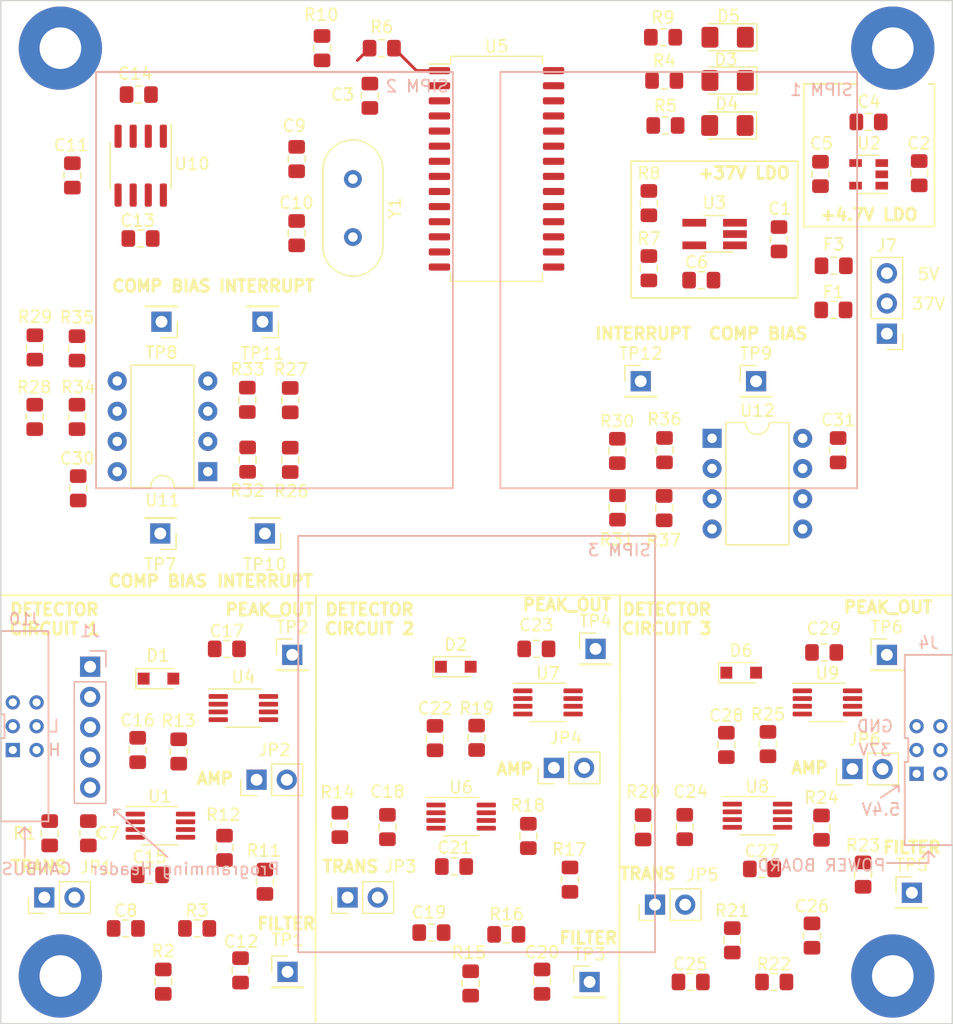
<source format=kicad_pcb>
(kicad_pcb (version 20171130) (host pcbnew "(5.1.6)-1")
  (layers (0 F.Cu signal hide) (1 GND.Cu power hide) (2 VCC.Cu power hide) (31 B.Cu signal) (34 B.Paste user) (35 F.Paste user hide) (36 B.SilkS user) (37 F.SilkS user hide) (38 B.Mask user) (39 F.Mask user hide) (44 Edge.Cuts user))
  (net 0 "")
  (net 1 GND)
  (net 2 +37V)
  (net 3 +4.7V)
  (net 4 "/Microcontroller [DO NOT PLACE]/MCLR")
  (net 5 "Net-(C4-Pad1)")
  (net 6 +36V)
  (net 7 "Net-(C7-Pad1)")
  (net 8 "Net-(C8-Pad1)")
  (net 9 "/Microcontroller [DO NOT PLACE]/OSC1")
  (net 10 "/Microcontroller [DO NOT PLACE]/OSC2")
  (net 11 +5V)
  (net 12 "Net-(C12-Pad2)")
  (net 13 "Net-(C16-Pad1)")
  (net 14 "Net-(C18-Pad1)")
  (net 15 "Net-(C19-Pad1)")
  (net 16 "Net-(C20-Pad2)")
  (net 17 "Net-(C22-Pad1)")
  (net 18 "Net-(C24-Pad1)")
  (net 19 "Net-(C25-Pad1)")
  (net 20 "Net-(C26-Pad2)")
  (net 21 "Net-(C28-Pad1)")
  (net 22 "Net-(D1-Pad2)")
  (net 23 "Net-(D2-Pad2)")
  (net 24 "Net-(D3-Pad2)")
  (net 25 "Net-(D4-Pad2)")
  (net 26 "Net-(D5-Pad2)")
  (net 27 "Net-(D6-Pad2)")
  (net 28 "Net-(F1-Pad2)")
  (net 29 "Net-(F3-Pad2)")
  (net 30 "/Microcontroller [DO NOT PLACE]/ICSPCLK")
  (net 31 "/Microcontroller [DO NOT PLACE]/ICSPDAT")
  (net 32 "Net-(J4-Pad4)")
  (net 33 "Net-(J4-Pad5)")
  (net 34 "Net-(J4-Pad6)")
  (net 35 "/Microcontroller [DO NOT PLACE]/CANH")
  (net 36 "/Microcontroller [DO NOT PLACE]/CANL")
  (net 37 "Net-(J10-Pad6)")
  (net 38 "Net-(J10-Pad1)")
  (net 39 "Net-(J10-Pad2)")
  (net 40 /AMP_OUT_1)
  (net 41 "Net-(JP2-Pad1)")
  (net 42 /AMP_OUT_2)
  (net 43 "Net-(JP4-Pad1)")
  (net 44 /AMP_OUT_3)
  (net 45 "Net-(JP6-Pad1)")
  (net 46 "Net-(R4-Pad1)")
  (net 47 "Net-(R5-Pad1)")
  (net 48 "Net-(R6-Pad1)")
  (net 49 "Net-(R7-Pad2)")
  (net 50 "Net-(R9-Pad1)")
  (net 51 "Net-(R11-Pad1)")
  (net 52 "Net-(R17-Pad1)")
  (net 53 "Net-(R23-Pad1)")
  (net 54 "Net-(R26-Pad2)")
  (net 55 "Net-(R28-Pad2)")
  (net 56 "Net-(R30-Pad2)")
  (net 57 /DET_ADC_1)
  (net 58 /DET_ADC_2)
  (net 59 /DET_ADC_3)
  (net 60 "/Comparitor Circuits/INTERRUPT_1")
  (net 61 "/Comparitor Circuits/INTERRUPT_2")
  (net 62 "/Comparitor Circuits/INTERRUPT_3")
  (net 63 "Net-(U5-Pad26)")
  (net 64 "Net-(U5-Pad22)")
  (net 65 "Net-(U5-Pad21)")
  (net 66 "Net-(U5-Pad15)")
  (net 67 "Net-(U5-Pad14)")
  (net 68 "Net-(U5-Pad13)")
  (net 69 "/Microcontroller [DO NOT PLACE]/PIC_RX")
  (net 70 "/Microcontroller [DO NOT PLACE]/PIC_TX")
  (net 71 "Net-(U5-Pad7)")
  (net 72 "Net-(U5-Pad6)")
  (net 73 "Net-(U5-Pad5)")
  (net 74 "Net-(U12-Pad7)")
  (net 75 "Net-(U12-Pad6)")
  (net 76 "Net-(U12-Pad5)")
  (net 77 "/Detector Circuit 1/SIPM_OUT_1")
  (net 78 "/Detector Circuit 1/Filter_IN")
  (net 79 "/Detector Circuit 2/SIPM_OUT_2")
  (net 80 "/Detector Circuit 2/Filter_IN")
  (net 81 "/Detector Circuit 3/SIPM_OUT_3")
  (net 82 "/Detector Circuit 3/Filter_IN")
  (module Package_SO:MSOP-8_3x3mm_P0.65mm (layer F.Cu) (at 177.5 125)
    (fp_text reference U9 (at 0 -2.45) (layer F.SilkS))
    (fp_text value LTC6269)
    (pad 8 smd roundrect (at 2.1125 -0.975) (size 1.625 0.4) (layers F.Cu F.Paste F.Mask) (net 3 +4.7V))
    (pad 7 smd roundrect (at 2.1125 -0.325) (size 1.625 0.4) (layers F.Cu F.Paste F.Mask) (net 59 /DET_ADC_3))
    (pad 6 smd roundrect (at 2.1125 0.325) (size 1.625 0.4) (layers F.Cu F.Paste F.Mask) (net 59 /DET_ADC_3))
    (pad 5 smd roundrect (at 2.1125 0.975) (size 1.625 0.4) (layers F.Cu F.Paste F.Mask) (net 21 "Net-(C28-Pad1)"))
    (pad 4 smd roundrect (at -2.1125 0.975) (size 1.625 0.4) (layers F.Cu F.Paste F.Mask) (net 1 GND))
    (pad 3 smd roundrect (at -2.1125 0.325) (size 1.625 0.4) (layers F.Cu F.Paste F.Mask) (net 44 /AMP_OUT_3))
    (pad 2 smd roundrect (at -2.1125 -0.325) (size 1.625 0.4) (layers F.Cu F.Paste F.Mask) (net 21 "Net-(C28-Pad1)"))
    (pad 1 smd roundrect (at -2.1125 -0.975) (size 1.625 0.4) (layers F.Cu F.Paste F.Mask) (net 27 "Net-(D6-Pad2)"))
  )
  (module Package_SO:MSOP-8_3x3mm_P0.65mm (layer F.Cu) (at 171.6125 134.525)
    (fp_text reference U8 (at 0 -2.45) (layer F.SilkS))
    (fp_text value LTC6269)
    (pad 8 smd roundrect (at 2.1125 -0.975) (size 1.625 0.4) (layers F.Cu F.Paste F.Mask) (net 3 +4.7V))
    (pad 7 smd roundrect (at 2.1125 -0.325) (size 1.625 0.4) (layers F.Cu F.Paste F.Mask) (net 45 "Net-(JP6-Pad1)"))
    (pad 6 smd roundrect (at 2.1125 0.325) (size 1.625 0.4) (layers F.Cu F.Paste F.Mask) (net 53 "Net-(R23-Pad1)"))
    (pad 5 smd roundrect (at 2.1125 0.975) (size 1.625 0.4) (layers F.Cu F.Paste F.Mask) (net 20 "Net-(C26-Pad2)"))
    (pad 4 smd roundrect (at -2.1125 0.975) (size 1.625 0.4) (layers F.Cu F.Paste F.Mask) (net 1 GND))
    (pad 3 smd roundrect (at -2.1125 0.325) (size 1.625 0.4) (layers F.Cu F.Paste F.Mask) (net 1 GND))
    (pad 2 smd roundrect (at -2.1125 -0.325) (size 1.625 0.4) (layers F.Cu F.Paste F.Mask) (net 81 "/Detector Circuit 3/SIPM_OUT_3"))
    (pad 1 smd roundrect (at -2.1125 -0.975) (size 1.625 0.4) (layers F.Cu F.Paste F.Mask) (net 18 "Net-(C24-Pad1)"))
  )
  (module Connector_PinHeader_2.54mm:PinHeader_1x01_P2.54mm_Vertical (layer F.Cu) (at 182.5 121)
    (fp_text reference TP6 (at 0 -2.33) (layer F.SilkS))
    (fp_text value PEAK_OUT)
    (pad 1 thru_hole rect (at 0 0) (size 1.7 1.7) (drill 1) (layers *.Cu *.Mask) (net 59 /DET_ADC_3))
  )
  (module Connector_PinHeader_2.54mm:PinHeader_1x01_P2.54mm_Vertical (layer F.Cu) (at 157.5 148.5)
    (fp_text reference TP3 (at 0 -2.33) (layer F.SilkS))
    (fp_text value FILTER)
    (pad 1 thru_hole rect (at 0 0) (size 1.7 1.7) (drill 1) (layers *.Cu *.Mask) (net 16 "Net-(C20-Pad2)"))
  )
  (module Resistor_SMD:R_0805_2012Metric_Pad1.15x1.40mm_HandSolder (layer F.Cu) (at 172.5 128.5 270)
    (fp_text reference R25 (at -2.5 0 180) (layer F.SilkS))
    (fp_text value 1M)
    (pad 2 smd roundrect (at 1.025 0 270) (size 1.15 1.4) (layers F.Cu F.Paste F.Mask) (roundrect_rratio 0.217391) (net 1 GND))
    (pad 1 smd roundrect (at -1.025 0 270) (size 1.15 1.4) (layers F.Cu F.Paste F.Mask) (roundrect_rratio 0.217391) (net 21 "Net-(C28-Pad1)"))
  )
  (module Resistor_SMD:R_0805_2012Metric_Pad1.15x1.40mm_HandSolder (layer F.Cu) (at 177 135.525 270)
    (fp_text reference R24 (at -2.525 0 180) (layer F.SilkS))
    (fp_text value 1M)
    (pad 2 smd roundrect (at 1.025 0 270) (size 1.15 1.4) (layers F.Cu F.Paste F.Mask) (roundrect_rratio 0.217391) (net 53 "Net-(R23-Pad1)"))
    (pad 1 smd roundrect (at -1.025 0 270) (size 1.15 1.4) (layers F.Cu F.Paste F.Mask) (roundrect_rratio 0.217391) (net 45 "Net-(JP6-Pad1)"))
  )
  (module Resistor_SMD:R_0805_2012Metric_Pad1.15x1.40mm_HandSolder (layer F.Cu) (at 180.5 139.475 270)
    (fp_text reference R23 (at -2.475 0 180) (layer F.SilkS))
    (fp_text value 1k)
    (pad 2 smd roundrect (at 1.025 0 270) (size 1.15 1.4) (layers F.Cu F.Paste F.Mask) (roundrect_rratio 0.217391) (net 1 GND))
    (pad 1 smd roundrect (at -1.025 0 270) (size 1.15 1.4) (layers F.Cu F.Paste F.Mask) (roundrect_rratio 0.217391) (net 53 "Net-(R23-Pad1)"))
  )
  (module Resistor_SMD:R_0805_2012Metric_Pad1.15x1.40mm_HandSolder (layer F.Cu) (at 169.5 145 90)
    (fp_text reference R21 (at 2.5 0 180) (layer F.SilkS))
    (fp_text value 1k)
    (pad 2 smd roundrect (at 1.025 0 90) (size 1.15 1.4) (layers F.Cu F.Paste F.Mask) (roundrect_rratio 0.217391) (net 1 GND))
    (pad 1 smd roundrect (at -1.025 0 90) (size 1.15 1.4) (layers F.Cu F.Paste F.Mask) (roundrect_rratio 0.217391) (net 19 "Net-(C25-Pad1)"))
  )
  (module Resistor_SMD:R_0805_2012Metric_Pad1.15x1.40mm_HandSolder (layer F.Cu) (at 162 135.5 270)
    (fp_text reference R20 (at -3 0 180) (layer F.SilkS))
    (fp_text value 1k)
    (pad 2 smd roundrect (at 1.025 0 270) (size 1.15 1.4) (layers F.Cu F.Paste F.Mask) (roundrect_rratio 0.217391) (net 81 "/Detector Circuit 3/SIPM_OUT_3"))
    (pad 1 smd roundrect (at -1.025 0 270) (size 1.15 1.4) (layers F.Cu F.Paste F.Mask) (roundrect_rratio 0.217391) (net 18 "Net-(C24-Pad1)"))
  )
  (module Resistor_SMD:R_0805_2012Metric_Pad1.15x1.40mm_HandSolder (layer F.Cu) (at 124.5 144 180)
    (fp_text reference R3 (at 0 1.5) (layer F.SilkS))
    (fp_text value 1.2k)
    (pad 2 smd roundrect (at 1.025 0 180) (size 1.15 1.4) (layers F.Cu F.Paste F.Mask) (roundrect_rratio 0.217391) (net 8 "Net-(C8-Pad1)"))
    (pad 1 smd roundrect (at -1.025 0 180) (size 1.15 1.4) (layers F.Cu F.Paste F.Mask) (roundrect_rratio 0.217391) (net 12 "Net-(C12-Pad2)"))
  )
  (module Connector_PinHeader_2.54mm:PinHeader_1x02_P2.54mm_Vertical (layer F.Cu) (at 163 142 90)
    (fp_text reference JP5 (at 2.5 4 180) (layer F.SilkS))
    (fp_text value TRANS_JUMP)
    (pad 2 thru_hole oval (at 0 2.54 90) (size 1.7 1.7) (drill 1) (layers *.Cu *.Mask) (net 82 "/Detector Circuit 3/Filter_IN"))
    (pad 1 thru_hole rect (at 0 0 90) (size 1.7 1.7) (drill 1) (layers *.Cu *.Mask) (net 18 "Net-(C24-Pad1)"))
  )
  (module Connector_PinHeader_2.54mm:PinHeader_1x02_P2.54mm_Vertical (layer F.Cu) (at 129.5 131.5 90)
    (fp_text reference JP2 (at 2.5 1.5 180) (layer F.SilkS))
    (fp_text value AMP_JUMP)
    (pad 2 thru_hole oval (at 0 2.54 90) (size 1.7 1.7) (drill 1) (layers *.Cu *.Mask) (net 40 /AMP_OUT_1))
    (pad 1 thru_hole rect (at 0 0 90) (size 1.7 1.7) (drill 1) (layers *.Cu *.Mask) (net 41 "Net-(JP2-Pad1)"))
  )
  (module Diode_SMD:D_SOD-323_HandSoldering (layer F.Cu) (at 170.25 122.5)
    (fp_text reference D6 (at 0 -1.85) (layer F.SilkS))
    (fp_text value CUS08F30H3FCT-ND)
    (pad 2 smd rect (at 1.25 0) (size 1 1) (layers F.Cu F.Paste F.Mask) (net 27 "Net-(D6-Pad2)"))
    (pad 1 smd rect (at -1.25 0) (size 1 1) (layers F.Cu F.Paste F.Mask) (net 21 "Net-(C28-Pad1)"))
  )
  (module Capacitor_SMD:C_0805_2012Metric_Pad1.15x1.40mm_HandSolder (layer F.Cu) (at 153.5 148.475 90)
    (fp_text reference C20 (at 2.475 0 180) (layer F.SilkS))
    (fp_text value 0.1n)
    (pad 2 smd roundrect (at 1.025 0 90) (size 1.15 1.4) (layers F.Cu F.Paste F.Mask) (roundrect_rratio 0.217391) (net 16 "Net-(C20-Pad2)"))
    (pad 1 smd roundrect (at -1.025 0 90) (size 1.15 1.4) (layers F.Cu F.Paste F.Mask) (roundrect_rratio 0.217391) (net 1 GND))
  )
  (module Capacitor_SMD:C_0805_2012Metric_Pad1.15x1.40mm_HandSolder (layer F.Cu) (at 140.5 135.475 270)
    (fp_text reference C18 (at -2.975 0 180) (layer F.SilkS))
    (fp_text value 0.1n)
    (pad 2 smd roundrect (at 1.025 0 270) (size 1.15 1.4) (layers F.Cu F.Paste F.Mask) (roundrect_rratio 0.217391) (net 79 "/Detector Circuit 2/SIPM_OUT_2"))
    (pad 1 smd roundrect (at -1.025 0 270) (size 1.15 1.4) (layers F.Cu F.Paste F.Mask) (roundrect_rratio 0.217391) (net 14 "Net-(C18-Pad1)"))
  )
  (module Capacitor_SMD:C_0805_2012Metric_Pad1.15x1.40mm_HandSolder (layer F.Cu) (at 127 120.5 180)
    (fp_text reference C17 (at 0 1.5) (layer F.SilkS))
    (fp_text value 0.1u)
    (pad 2 smd roundrect (at 1.025 0 180) (size 1.15 1.4) (layers F.Cu F.Paste F.Mask) (roundrect_rratio 0.217391) (net 1 GND))
    (pad 1 smd roundrect (at -1.025 0 180) (size 1.15 1.4) (layers F.Cu F.Paste F.Mask) (roundrect_rratio 0.217391) (net 3 +4.7V))
  )
  (module Capacitor_SMD:C_0805_2012Metric_Pad1.15x1.40mm_HandSolder (layer F.Cu) (at 119.5 129 270)
    (fp_text reference C16 (at -2.5 0 180) (layer F.SilkS))
    (fp_text value 2.2n)
    (pad 2 smd roundrect (at 1.025 0 270) (size 1.15 1.4) (layers F.Cu F.Paste F.Mask) (roundrect_rratio 0.217391) (net 1 GND))
    (pad 1 smd roundrect (at -1.025 0 270) (size 1.15 1.4) (layers F.Cu F.Paste F.Mask) (roundrect_rratio 0.217391) (net 13 "Net-(C16-Pad1)"))
  )
  (module Capacitor_SMD:C_0805_2012Metric_Pad1.15x1.40mm_HandSolder (layer F.Cu) (at 120.525 139.5 180)
    (fp_text reference C15 (at 0.025 1.5) (layer F.SilkS))
    (fp_text value 0.1u)
    (pad 2 smd roundrect (at 1.025 0 180) (size 1.15 1.4) (layers F.Cu F.Paste F.Mask) (roundrect_rratio 0.217391) (net 1 GND))
    (pad 1 smd roundrect (at -1.025 0 180) (size 1.15 1.4) (layers F.Cu F.Paste F.Mask) (roundrect_rratio 0.217391) (net 3 +4.7V))
  )
  (module Capacitor_SMD:C_0805_2012Metric_Pad1.15x1.40mm_HandSolder (layer F.Cu) (at 118.5 144 180)
    (fp_text reference C8 (at 0 1.5) (layer F.SilkS))
    (fp_text value 1n)
    (pad 2 smd roundrect (at 1.025 0 180) (size 1.15 1.4) (layers F.Cu F.Paste F.Mask) (roundrect_rratio 0.217391) (net 78 "/Detector Circuit 1/Filter_IN"))
    (pad 1 smd roundrect (at -1.025 0 180) (size 1.15 1.4) (layers F.Cu F.Paste F.Mask) (roundrect_rratio 0.217391) (net 8 "Net-(C8-Pad1)"))
  )
  (module MountingHole:MountingHole_3.5mm_Pad (layer F.Cu) (at 183 70)
    (fp_text reference REF**)
    (fp_text value MountingHole_3.5mm_Pad)
    (pad 1 thru_hole circle (at 0 0) (size 7 7) (drill 3.5) (layers *.Cu *.Mask))
  )
  (module MountingHole:MountingHole_3.5mm_Pad (layer F.Cu) (at 113 70)
    (fp_text reference REF**)
    (fp_text value MountingHole_3.5mm_Pad)
    (pad 1 thru_hole circle (at 0 0) (size 7 7) (drill 3.5) (layers *.Cu *.Mask))
  )
  (module MountingHole:MountingHole_3.5mm_Pad (layer F.Cu) (at 113 148)
    (fp_text reference REF**)
    (fp_text value MountingHole_3.5mm_Pad)
    (pad 1 thru_hole circle (at 0 0) (size 7 7) (drill 3.5) (layers *.Cu *.Mask))
  )
  (module MountingHole:MountingHole_3.5mm_Pad (layer F.Cu) (at 183 148)
    (fp_text reference REF**)
    (fp_text value MountingHole_3.5mm_Pad)
    (pad 1 thru_hole circle (at 0 0) (size 7 7) (drill 3.5) (layers *.Cu *.Mask))
  )
  (module Crystal:Crystal_HC49-4H_Vertical (layer F.Cu) (at 137.6 81 270)
    (fp_text reference Y1 (at 2.44 -3.525 90) (layer F.SilkS))
    (fp_text value 12MHz)
    (pad 2 thru_hole circle (at 4.88 0 270) (size 1.5 1.5) (drill 0.8) (layers *.Cu *.Mask) (net 10 "/Microcontroller [DO NOT PLACE]/OSC2"))
    (pad 1 thru_hole circle (at 0 0 270) (size 1.5 1.5) (drill 0.8) (layers *.Cu *.Mask) (net 9 "/Microcontroller [DO NOT PLACE]/OSC1"))
  )
  (module Package_DIP:DIP-8_W7.62mm (layer F.Cu) (at 167.8 102.8)
    (fp_text reference U12 (at 3.81 -2.33) (layer F.SilkS))
    (fp_text value AS393P-E1)
    (pad 8 thru_hole oval (at 7.62 0) (size 1.6 1.6) (drill 0.8) (layers *.Cu *.Mask) (net 11 +5V))
    (pad 4 thru_hole oval (at 0 7.62) (size 1.6 1.6) (drill 0.8) (layers *.Cu *.Mask) (net 1 GND))
    (pad 7 thru_hole oval (at 7.62 2.54) (size 1.6 1.6) (drill 0.8) (layers *.Cu *.Mask) (net 74 "Net-(U12-Pad7)"))
    (pad 3 thru_hole oval (at 0 5.08) (size 1.6 1.6) (drill 0.8) (layers *.Cu *.Mask) (net 44 /AMP_OUT_3))
    (pad 6 thru_hole oval (at 7.62 5.08) (size 1.6 1.6) (drill 0.8) (layers *.Cu *.Mask) (net 75 "Net-(U12-Pad6)"))
    (pad 2 thru_hole oval (at 0 2.54) (size 1.6 1.6) (drill 0.8) (layers *.Cu *.Mask) (net 56 "Net-(R30-Pad2)"))
    (pad 5 thru_hole oval (at 7.62 7.62) (size 1.6 1.6) (drill 0.8) (layers *.Cu *.Mask) (net 76 "Net-(U12-Pad5)"))
    (pad 1 thru_hole rect (at 0 0) (size 1.6 1.6) (drill 0.8) (layers *.Cu *.Mask) (net 62 "/Comparitor Circuits/INTERRUPT_3"))
  )
  (module Package_DIP:DIP-8_W7.62mm (layer F.Cu) (at 125.4 105.6 180)
    (fp_text reference U11 (at 3.81 -2.4) (layer F.SilkS))
    (fp_text value AS393P-E1)
    (pad 8 thru_hole oval (at 7.62 0 180) (size 1.6 1.6) (drill 0.8) (layers *.Cu *.Mask) (net 11 +5V))
    (pad 4 thru_hole oval (at 0 7.62 180) (size 1.6 1.6) (drill 0.8) (layers *.Cu *.Mask) (net 1 GND))
    (pad 7 thru_hole oval (at 7.62 2.54 180) (size 1.6 1.6) (drill 0.8) (layers *.Cu *.Mask) (net 61 "/Comparitor Circuits/INTERRUPT_2"))
    (pad 3 thru_hole oval (at 0 5.08 180) (size 1.6 1.6) (drill 0.8) (layers *.Cu *.Mask) (net 40 /AMP_OUT_1))
    (pad 6 thru_hole oval (at 7.62 5.08 180) (size 1.6 1.6) (drill 0.8) (layers *.Cu *.Mask) (net 55 "Net-(R28-Pad2)"))
    (pad 2 thru_hole oval (at 0 2.54 180) (size 1.6 1.6) (drill 0.8) (layers *.Cu *.Mask) (net 54 "Net-(R26-Pad2)"))
    (pad 5 thru_hole oval (at 7.62 7.62 180) (size 1.6 1.6) (drill 0.8) (layers *.Cu *.Mask) (net 42 /AMP_OUT_2))
    (pad 1 thru_hole rect (at 0 0 180) (size 1.6 1.6) (drill 0.8) (layers *.Cu *.Mask) (net 60 "/Comparitor Circuits/INTERRUPT_1"))
  )
  (module Package_SO:SOIC-8_3.9x4.9mm_P1.27mm (layer F.Cu) (at 119.755 79.875 270)
    (fp_text reference U10 (at -0.1492 -4.318 180) (layer F.SilkS))
    (fp_text value MCP2562-E/SN)
    (pad 8 smd roundrect (at 2.475 -1.905 270) (size 1.95 0.6) (layers F.Cu F.Paste F.Mask) (net 1 GND))
    (pad 7 smd roundrect (at 2.475 -0.635 270) (size 1.95 0.6) (layers F.Cu F.Paste F.Mask) (net 35 "/Microcontroller [DO NOT PLACE]/CANH"))
    (pad 6 smd roundrect (at 2.475 0.635 270) (size 1.95 0.6) (layers F.Cu F.Paste F.Mask) (net 36 "/Microcontroller [DO NOT PLACE]/CANL"))
    (pad 5 smd roundrect (at 2.475 1.905 270) (size 1.95 0.6) (layers F.Cu F.Paste F.Mask) (net 11 +5V))
    (pad 4 smd roundrect (at -2.475 1.905 270) (size 1.95 0.6) (layers F.Cu F.Paste F.Mask) (net 69 "/Microcontroller [DO NOT PLACE]/PIC_RX"))
    (pad 3 smd roundrect (at -2.475 0.635 270) (size 1.95 0.6) (layers F.Cu F.Paste F.Mask) (net 11 +5V))
    (pad 2 smd roundrect (at -2.475 -0.635 270) (size 1.95 0.6) (layers F.Cu F.Paste F.Mask) (net 1 GND))
    (pad 1 smd roundrect (at -2.475 -1.905 270) (size 1.95 0.6) (layers F.Cu F.Paste F.Mask) (net 70 "/Microcontroller [DO NOT PLACE]/PIC_TX"))
  )
  (module Package_SO:MSOP-8_3x3mm_P0.65mm (layer F.Cu) (at 154 125)
    (fp_text reference U7 (at 0 -2.45) (layer F.SilkS))
    (fp_text value LTC6269)
    (pad 8 smd roundrect (at 2.1125 -0.975) (size 1.625 0.4) (layers F.Cu F.Paste F.Mask) (net 3 +4.7V))
    (pad 7 smd roundrect (at 2.1125 -0.325) (size 1.625 0.4) (layers F.Cu F.Paste F.Mask) (net 58 /DET_ADC_2))
    (pad 6 smd roundrect (at 2.1125 0.325) (size 1.625 0.4) (layers F.Cu F.Paste F.Mask) (net 58 /DET_ADC_2))
    (pad 5 smd roundrect (at 2.1125 0.975) (size 1.625 0.4) (layers F.Cu F.Paste F.Mask) (net 17 "Net-(C22-Pad1)"))
    (pad 4 smd roundrect (at -2.1125 0.975) (size 1.625 0.4) (layers F.Cu F.Paste F.Mask) (net 1 GND))
    (pad 3 smd roundrect (at -2.1125 0.325) (size 1.625 0.4) (layers F.Cu F.Paste F.Mask) (net 42 /AMP_OUT_2))
    (pad 2 smd roundrect (at -2.1125 -0.325) (size 1.625 0.4) (layers F.Cu F.Paste F.Mask) (net 17 "Net-(C22-Pad1)"))
    (pad 1 smd roundrect (at -2.1125 -0.975) (size 1.625 0.4) (layers F.Cu F.Paste F.Mask) (net 23 "Net-(D2-Pad2)"))
  )
  (module Package_SO:MSOP-8_3x3mm_P0.65mm (layer F.Cu) (at 146.7 134.6)
    (fp_text reference U6 (at 0 -2.45) (layer F.SilkS))
    (fp_text value LTC6269)
    (pad 8 smd roundrect (at 2.1125 -0.975) (size 1.625 0.4) (layers F.Cu F.Paste F.Mask) (net 3 +4.7V))
    (pad 7 smd roundrect (at 2.1125 -0.325) (size 1.625 0.4) (layers F.Cu F.Paste F.Mask) (net 43 "Net-(JP4-Pad1)"))
    (pad 6 smd roundrect (at 2.1125 0.325) (size 1.625 0.4) (layers F.Cu F.Paste F.Mask) (net 52 "Net-(R17-Pad1)"))
    (pad 5 smd roundrect (at 2.1125 0.975) (size 1.625 0.4) (layers F.Cu F.Paste F.Mask) (net 16 "Net-(C20-Pad2)"))
    (pad 4 smd roundrect (at -2.1125 0.975) (size 1.625 0.4) (layers F.Cu F.Paste F.Mask) (net 1 GND))
    (pad 3 smd roundrect (at -2.1125 0.325) (size 1.625 0.4) (layers F.Cu F.Paste F.Mask) (net 1 GND))
    (pad 2 smd roundrect (at -2.1125 -0.325) (size 1.625 0.4) (layers F.Cu F.Paste F.Mask) (net 79 "/Detector Circuit 2/SIPM_OUT_2"))
    (pad 1 smd roundrect (at -2.1125 -0.975) (size 1.625 0.4) (layers F.Cu F.Paste F.Mask) (net 14 "Net-(C18-Pad1)"))
  )
  (module Package_SO:SOIC-28W_7.5x18.7mm_P1.27mm (layer F.Cu) (at 149.6756 80.1438)
    (fp_text reference U5 (at 0 -10.3) (layer F.SilkS))
    (fp_text value PIC18LF26K83)
    (pad 28 smd roundrect (at 4.8 -8.255) (size 1.8 0.6) (layers F.Cu F.Paste F.Mask) (net 31 "/Microcontroller [DO NOT PLACE]/ICSPDAT"))
    (pad 27 smd roundrect (at 4.8 -6.985) (size 1.8 0.6) (layers F.Cu F.Paste F.Mask) (net 30 "/Microcontroller [DO NOT PLACE]/ICSPCLK"))
    (pad 26 smd roundrect (at 4.8 -5.715) (size 1.8 0.6) (layers F.Cu F.Paste F.Mask) (net 63 "Net-(U5-Pad26)"))
    (pad 25 smd roundrect (at 4.8 -4.445) (size 1.8 0.6) (layers F.Cu F.Paste F.Mask) (net 47 "Net-(R5-Pad1)"))
    (pad 24 smd roundrect (at 4.8 -3.175) (size 1.8 0.6) (layers F.Cu F.Paste F.Mask) (net 46 "Net-(R4-Pad1)"))
    (pad 23 smd roundrect (at 4.8 -1.905) (size 1.8 0.6) (layers F.Cu F.Paste F.Mask) (net 50 "Net-(R9-Pad1)"))
    (pad 22 smd roundrect (at 4.8 -0.635) (size 1.8 0.6) (layers F.Cu F.Paste F.Mask) (net 64 "Net-(U5-Pad22)"))
    (pad 21 smd roundrect (at 4.8 0.635) (size 1.8 0.6) (layers F.Cu F.Paste F.Mask) (net 65 "Net-(U5-Pad21)"))
    (pad 20 smd roundrect (at 4.8 1.905) (size 1.8 0.6) (layers F.Cu F.Paste F.Mask) (net 11 +5V))
    (pad 19 smd roundrect (at 4.8 3.175) (size 1.8 0.6) (layers F.Cu F.Paste F.Mask) (net 1 GND))
    (pad 18 smd roundrect (at 4.8 4.445) (size 1.8 0.6) (layers F.Cu F.Paste F.Mask) (net 57 /DET_ADC_1))
    (pad 17 smd roundrect (at 4.8 5.715) (size 1.8 0.6) (layers F.Cu F.Paste F.Mask) (net 58 /DET_ADC_2))
    (pad 16 smd roundrect (at 4.8 6.985) (size 1.8 0.6) (layers F.Cu F.Paste F.Mask) (net 59 /DET_ADC_3))
    (pad 15 smd roundrect (at 4.8 8.255) (size 1.8 0.6) (layers F.Cu F.Paste F.Mask) (net 66 "Net-(U5-Pad15)"))
    (pad 14 smd roundrect (at -4.8 8.255) (size 1.8 0.6) (layers F.Cu F.Paste F.Mask) (net 67 "Net-(U5-Pad14)"))
    (pad 13 smd roundrect (at -4.8 6.985) (size 1.8 0.6) (layers F.Cu F.Paste F.Mask) (net 68 "Net-(U5-Pad13)"))
    (pad 12 smd roundrect (at -4.8 5.715) (size 1.8 0.6) (layers F.Cu F.Paste F.Mask) (net 69 "/Microcontroller [DO NOT PLACE]/PIC_RX"))
    (pad 11 smd roundrect (at -4.8 4.445) (size 1.8 0.6) (layers F.Cu F.Paste F.Mask) (net 70 "/Microcontroller [DO NOT PLACE]/PIC_TX"))
    (pad 10 smd roundrect (at -4.8 3.175) (size 1.8 0.6) (layers F.Cu F.Paste F.Mask) (net 10 "/Microcontroller [DO NOT PLACE]/OSC2"))
    (pad 9 smd roundrect (at -4.8 1.905) (size 1.8 0.6) (layers F.Cu F.Paste F.Mask) (net 9 "/Microcontroller [DO NOT PLACE]/OSC1"))
    (pad 8 smd roundrect (at -4.8 0.635) (size 1.8 0.6) (layers F.Cu F.Paste F.Mask) (net 1 GND))
    (pad 7 smd roundrect (at -4.8 -0.635) (size 1.8 0.6) (layers F.Cu F.Paste F.Mask) (net 71 "Net-(U5-Pad7)"))
    (pad 6 smd roundrect (at -4.8 -1.905) (size 1.8 0.6) (layers F.Cu F.Paste F.Mask) (net 72 "Net-(U5-Pad6)"))
    (pad 5 smd roundrect (at -4.8 -3.175) (size 1.8 0.6) (layers F.Cu F.Paste F.Mask) (net 73 "Net-(U5-Pad5)"))
    (pad 4 smd roundrect (at -4.8 -4.445) (size 1.8 0.6) (layers F.Cu F.Paste F.Mask) (net 62 "/Comparitor Circuits/INTERRUPT_3"))
    (pad 3 smd roundrect (at -4.8 -5.715) (size 1.8 0.6) (layers F.Cu F.Paste F.Mask) (net 61 "/Comparitor Circuits/INTERRUPT_2"))
    (pad 2 smd roundrect (at -4.8 -6.985) (size 1.8 0.6) (layers F.Cu F.Paste F.Mask) (net 60 "/Comparitor Circuits/INTERRUPT_1"))
    (pad 1 smd roundrect (at -4.8 -8.255) (size 1.8 0.6) (layers F.Cu F.Paste F.Mask) (net 48 "Net-(R6-Pad1)"))
  )
  (module Package_SO:MSOP-8_3x3mm_P0.65mm (layer F.Cu) (at 128.3875 125.475)
    (fp_text reference U4 (at 0 -2.6) (layer F.SilkS))
    (fp_text value LTC6269)
    (pad 1 smd roundrect (at -2.1125 -0.975) (size 1.625 0.4) (layers F.Cu F.Paste F.Mask) (net 22 "Net-(D1-Pad2)"))
    (pad 2 smd roundrect (at -2.1125 -0.325) (size 1.625 0.4) (layers F.Cu F.Paste F.Mask) (net 13 "Net-(C16-Pad1)"))
    (pad 3 smd roundrect (at -2.1125 0.325) (size 1.625 0.4) (layers F.Cu F.Paste F.Mask) (net 40 /AMP_OUT_1))
    (pad 4 smd roundrect (at -2.1125 0.975) (size 1.625 0.4) (layers F.Cu F.Paste F.Mask) (net 1 GND))
    (pad 5 smd roundrect (at 2.1125 0.975) (size 1.625 0.4) (layers F.Cu F.Paste F.Mask) (net 13 "Net-(C16-Pad1)"))
    (pad 6 smd roundrect (at 2.1125 0.325) (size 1.625 0.4) (layers F.Cu F.Paste F.Mask) (net 57 /DET_ADC_1))
    (pad 7 smd roundrect (at 2.1125 -0.325) (size 1.625 0.4) (layers F.Cu F.Paste F.Mask) (net 57 /DET_ADC_1))
    (pad 8 smd roundrect (at 2.1125 -0.975) (size 1.625 0.4) (layers F.Cu F.Paste F.Mask) (net 3 +4.7V))
  )
  (module Package_TO_SOT_SMD:TSOT-23-5_HandSoldering (layer F.Cu) (at 168.0122 85.6242 180)
    (fp_text reference U3 (at 0.0122 2.6242) (layer F.SilkS))
    (fp_text value LT3014IS5#TRMPBF)
    (pad 5 smd rect (at 1.71 -0.95 180) (size 2 0.65) (layers F.Cu F.Paste F.Mask) (net 6 +36V))
    (pad 4 smd rect (at 1.71 0.95 180) (size 2 0.65) (layers F.Cu F.Paste F.Mask) (net 49 "Net-(R7-Pad2)"))
    (pad 3 smd rect (at -1.71 0.95 180) (size 2 0.65) (layers F.Cu F.Paste F.Mask) (net 11 +5V))
    (pad 2 smd rect (at -1.71 0 180) (size 2 0.65) (layers F.Cu F.Paste F.Mask) (net 1 GND))
    (pad 1 smd rect (at -1.71 -0.95 180) (size 2 0.65) (layers F.Cu F.Paste F.Mask) (net 2 +37V))
  )
  (module Package_TO_SOT_SMD:SOT-23-5 (layer F.Cu) (at 180.9688 80.6076 180)
    (fp_text reference U2 (at -0.0312 2.6076) (layer F.SilkS))
    (fp_text value LD3985M47R_SOT23)
    (pad 5 smd rect (at 1.1 -0.95 180) (size 1.06 0.65) (layers F.Cu F.Paste F.Mask) (net 3 +4.7V))
    (pad 4 smd rect (at 1.1 0.95 180) (size 1.06 0.65) (layers F.Cu F.Paste F.Mask) (net 5 "Net-(C4-Pad1)"))
    (pad 3 smd rect (at -1.1 0.95 180) (size 1.06 0.65) (layers F.Cu F.Paste F.Mask) (net 3 +4.7V))
    (pad 2 smd rect (at -1.1 0 180) (size 1.06 0.65) (layers F.Cu F.Paste F.Mask) (net 1 GND))
    (pad 1 smd rect (at -1.1 -0.95 180) (size 1.06 0.65) (layers F.Cu F.Paste F.Mask) (net 3 +4.7V))
  )
  (module Package_SO:MSOP-8_3x3mm_P0.65mm (layer F.Cu) (at 121.4125 135.362341)
    (fp_text reference U1 (at -0.040136 -2.462341) (layer F.SilkS))
    (fp_text value LTC6269)
    (pad 1 smd roundrect (at -2.1125 -0.975) (size 1.625 0.4) (layers F.Cu F.Paste F.Mask) (net 7 "Net-(C7-Pad1)"))
    (pad 2 smd roundrect (at -2.1125 -0.325) (size 1.625 0.4) (layers F.Cu F.Paste F.Mask) (net 77 "/Detector Circuit 1/SIPM_OUT_1"))
    (pad 3 smd roundrect (at -2.1125 0.325) (size 1.625 0.4) (layers F.Cu F.Paste F.Mask) (net 1 GND))
    (pad 4 smd roundrect (at -2.1125 0.975) (size 1.625 0.4) (layers F.Cu F.Paste F.Mask) (net 1 GND))
    (pad 5 smd roundrect (at 2.1125 0.975) (size 1.625 0.4) (layers F.Cu F.Paste F.Mask) (net 12 "Net-(C12-Pad2)"))
    (pad 6 smd roundrect (at 2.1125 0.325) (size 1.625 0.4) (layers F.Cu F.Paste F.Mask) (net 51 "Net-(R11-Pad1)"))
    (pad 7 smd roundrect (at 2.1125 -0.325) (size 1.625 0.4) (layers F.Cu F.Paste F.Mask) (net 41 "Net-(JP2-Pad1)"))
    (pad 8 smd roundrect (at 2.1125 -0.975) (size 1.625 0.4) (layers F.Cu F.Paste F.Mask) (net 3 +4.7V))
  )
  (module Connector_PinHeader_2.54mm:PinHeader_1x01_P2.54mm_Vertical (layer F.Cu) (at 161.8 98)
    (fp_text reference TP12 (at 0 -2.33) (layer F.SilkS))
    (fp_text value INTERRUPT)
    (pad 1 thru_hole rect (at 0 0) (size 1.7 1.7) (drill 1) (layers *.Cu *.Mask) (net 62 "/Comparitor Circuits/INTERRUPT_3"))
  )
  (module Connector_PinHeader_2.54mm:PinHeader_1x01_P2.54mm_Vertical (layer F.Cu) (at 130 93 180)
    (fp_text reference TP11 (at 0 -2.6513) (layer F.SilkS))
    (fp_text value INTERRUPT)
    (pad 1 thru_hole rect (at 0 0 180) (size 1.7 1.7) (drill 1) (layers *.Cu *.Mask) (net 61 "/Comparitor Circuits/INTERRUPT_2"))
  )
  (module Connector_PinHeader_2.54mm:PinHeader_1x01_P2.54mm_Vertical (layer F.Cu) (at 130.2 110.8 180)
    (fp_text reference TP10 (at 0 -2.6) (layer F.SilkS))
    (fp_text value INTERRUPT)
    (pad 1 thru_hole rect (at 0 0 180) (size 1.7 1.7) (drill 1) (layers *.Cu *.Mask) (net 60 "/Comparitor Circuits/INTERRUPT_1"))
  )
  (module Connector_PinHeader_2.54mm:PinHeader_1x01_P2.54mm_Vertical (layer F.Cu) (at 171.5 98)
    (fp_text reference TP9 (at 0 -2.33) (layer F.SilkS))
    (fp_text value COMP_BIAS)
    (pad 1 thru_hole rect (at 0 0) (size 1.7 1.7) (drill 1) (layers *.Cu *.Mask) (net 56 "Net-(R30-Pad2)"))
  )
  (module Connector_PinHeader_2.54mm:PinHeader_1x01_P2.54mm_Vertical (layer F.Cu) (at 121.5 93 180)
    (fp_text reference TP8 (at 0 -2.6) (layer F.SilkS))
    (fp_text value COMP_BIAS)
    (pad 1 thru_hole rect (at 0 0 180) (size 1.7 1.7) (drill 1) (layers *.Cu *.Mask) (net 55 "Net-(R28-Pad2)"))
  )
  (module Connector_PinHeader_2.54mm:PinHeader_1x01_P2.54mm_Vertical (layer F.Cu) (at 121.4 110.8 180)
    (fp_text reference TP7 (at 0 -2.6) (layer F.SilkS))
    (fp_text value COMP_BIAS)
    (pad 1 thru_hole rect (at 0 0 180) (size 1.7 1.7) (drill 1) (layers *.Cu *.Mask) (net 54 "Net-(R26-Pad2)"))
  )
  (module Connector_PinHeader_2.54mm:PinHeader_1x01_P2.54mm_Vertical (layer F.Cu) (at 184.6 141)
    (fp_text reference TP5 (at 0 -2.33) (layer F.SilkS))
    (fp_text value FILTER)
    (pad 1 thru_hole rect (at 0 0) (size 1.7 1.7) (drill 1) (layers *.Cu *.Mask) (net 20 "Net-(C26-Pad2)"))
  )
  (module Connector_PinHeader_2.54mm:PinHeader_1x01_P2.54mm_Vertical (layer F.Cu) (at 158 120.5)
    (fp_text reference TP4 (at 0 -2.33) (layer F.SilkS))
    (fp_text value PEAK_OUT)
    (pad 1 thru_hole rect (at 0 0) (size 1.7 1.7) (drill 1) (layers *.Cu *.Mask) (net 58 /DET_ADC_2))
  )
  (module Connector_PinHeader_2.54mm:PinHeader_1x01_P2.54mm_Vertical (layer F.Cu) (at 132.5 121)
    (fp_text reference TP2 (at 0 -2.33) (layer F.SilkS))
    (fp_text value PEAK_OUT)
    (pad 1 thru_hole rect (at 0 0) (size 1.7 1.7) (drill 1) (layers *.Cu *.Mask) (net 57 /DET_ADC_1))
  )
  (module Connector_PinHeader_2.54mm:PinHeader_1x01_P2.54mm_Vertical (layer F.Cu) (at 132.1 147.65)
    (fp_text reference TP1 (at 0 -2.682189) (layer F.SilkS))
    (fp_text value FILTER)
    (pad 1 thru_hole rect (at 0 0) (size 1.7 1.7) (drill 1) (layers *.Cu *.Mask) (net 12 "Net-(C12-Pad2)"))
  )
  (module Resistor_SMD:R_0805_2012Metric_Pad1.15x1.40mm_HandSolder (layer F.Cu) (at 163.7725 108.6671 270)
    (fp_text reference R37 (at 2.6961 0.0381 180) (layer F.SilkS))
    (fp_text value 15k)
    (pad 2 smd roundrect (at 1.025 0 270) (size 1.15 1.4) (layers F.Cu F.Paste F.Mask) (roundrect_rratio 0.217391) (net 1 GND))
    (pad 1 smd roundrect (at -1.025 0 270) (size 1.15 1.4) (layers F.Cu F.Paste F.Mask) (roundrect_rratio 0.217391) (net 56 "Net-(R30-Pad2)"))
  )
  (module Resistor_SMD:R_0805_2012Metric_Pad1.15x1.40mm_HandSolder (layer F.Cu) (at 163.7979 103.794 270)
    (fp_text reference R36 (at -2.6035 0 180) (layer F.SilkS))
    (fp_text value 100k)
    (pad 2 smd roundrect (at 1.025 0 270) (size 1.15 1.4) (layers F.Cu F.Paste F.Mask) (roundrect_rratio 0.217391) (net 56 "Net-(R30-Pad2)"))
    (pad 1 smd roundrect (at -1.025 0 270) (size 1.15 1.4) (layers F.Cu F.Paste F.Mask) (roundrect_rratio 0.217391) (net 11 +5V))
  )
  (module Resistor_SMD:R_0805_2012Metric_Pad1.15x1.40mm_HandSolder (layer F.Cu) (at 114.3992 95.2349 90)
    (fp_text reference R35 (at 2.5998 0 180) (layer F.SilkS))
    (fp_text value 15k)
    (pad 2 smd roundrect (at 1.025 0 90) (size 1.15 1.4) (layers F.Cu F.Paste F.Mask) (roundrect_rratio 0.217391) (net 1 GND))
    (pad 1 smd roundrect (at -1.025 0 90) (size 1.15 1.4) (layers F.Cu F.Paste F.Mask) (roundrect_rratio 0.217391) (net 55 "Net-(R28-Pad2)"))
  )
  (module Resistor_SMD:R_0805_2012Metric_Pad1.15x1.40mm_HandSolder (layer F.Cu) (at 114.3992 101 90)
    (fp_text reference R34 (at 2.5 0.1008 180) (layer F.SilkS))
    (fp_text value 100k)
    (pad 2 smd roundrect (at 1.025 0 90) (size 1.15 1.4) (layers F.Cu F.Paste F.Mask) (roundrect_rratio 0.217391) (net 55 "Net-(R28-Pad2)"))
    (pad 1 smd roundrect (at -1.025 0 90) (size 1.15 1.4) (layers F.Cu F.Paste F.Mask) (roundrect_rratio 0.217391) (net 11 +5V))
  )
  (module Resistor_SMD:R_0805_2012Metric_Pad1.15x1.40mm_HandSolder (layer F.Cu) (at 128.7195 99.5619 90)
    (fp_text reference R33 (at 2.5619 0.0254 180) (layer F.SilkS))
    (fp_text value 15k)
    (pad 2 smd roundrect (at 1.025 0 90) (size 1.15 1.4) (layers F.Cu F.Paste F.Mask) (roundrect_rratio 0.217391) (net 1 GND))
    (pad 1 smd roundrect (at -1.025 0 90) (size 1.15 1.4) (layers F.Cu F.Paste F.Mask) (roundrect_rratio 0.217391) (net 54 "Net-(R26-Pad2)"))
  )
  (module Resistor_SMD:R_0805_2012Metric_Pad1.15x1.40mm_HandSolder (layer F.Cu) (at 128.7449 104.5911 90)
    (fp_text reference R32 (at -2.6072 -0.0254 180) (layer F.SilkS))
    (fp_text value 100k)
    (pad 2 smd roundrect (at 1.025 0 90) (size 1.15 1.4) (layers F.Cu F.Paste F.Mask) (roundrect_rratio 0.217391) (net 54 "Net-(R26-Pad2)"))
    (pad 1 smd roundrect (at -1.025 0 90) (size 1.15 1.4) (layers F.Cu F.Paste F.Mask) (roundrect_rratio 0.217391) (net 11 +5V))
  )
  (module Resistor_SMD:R_0805_2012Metric_Pad1.15x1.40mm_HandSolder (layer F.Cu) (at 159.8482 108.611 270)
    (fp_text reference R31 (at 2.7014 0.0508 180) (layer F.SilkS))
    (fp_text value DNP)
    (pad 2 smd roundrect (at 1.025 0 270) (size 1.15 1.4) (layers F.Cu F.Paste F.Mask) (roundrect_rratio 0.217391) (net 1 GND))
    (pad 1 smd roundrect (at -1.025 0 270) (size 1.15 1.4) (layers F.Cu F.Paste F.Mask) (roundrect_rratio 0.217391) (net 56 "Net-(R30-Pad2)"))
  )
  (module Resistor_SMD:R_0805_2012Metric_Pad1.15x1.40mm_HandSolder (layer F.Cu) (at 159.8355 103.8612 270)
    (fp_text reference R30 (at -2.5056 0.0254 180) (layer F.SilkS))
    (fp_text value DNP)
    (pad 2 smd roundrect (at 1.025 0 270) (size 1.15 1.4) (layers F.Cu F.Paste F.Mask) (roundrect_rratio 0.217391) (net 56 "Net-(R30-Pad2)"))
    (pad 1 smd roundrect (at -1.025 0 270) (size 1.15 1.4) (layers F.Cu F.Paste F.Mask) (roundrect_rratio 0.217391) (net 11 +5V))
  )
  (module Resistor_SMD:R_0805_2012Metric_Pad1.15x1.40mm_HandSolder (layer F.Cu) (at 110.8559 95.1587 90)
    (fp_text reference R29 (at 2.5744 0.0127 180) (layer F.SilkS))
    (fp_text value DNP)
    (pad 2 smd roundrect (at 1.025 0 90) (size 1.15 1.4) (layers F.Cu F.Paste F.Mask) (roundrect_rratio 0.217391) (net 1 GND))
    (pad 1 smd roundrect (at -1.025 0 90) (size 1.15 1.4) (layers F.Cu F.Paste F.Mask) (roundrect_rratio 0.217391) (net 55 "Net-(R28-Pad2)"))
  )
  (module Resistor_SMD:R_0805_2012Metric_Pad1.15x1.40mm_HandSolder (layer F.Cu) (at 110.8432 101 90)
    (fp_text reference R28 (at 2.5 -0.0508 180) (layer F.SilkS))
    (fp_text value DNP)
    (pad 2 smd roundrect (at 1.025 0 90) (size 1.15 1.4) (layers F.Cu F.Paste F.Mask) (roundrect_rratio 0.217391) (net 55 "Net-(R28-Pad2)"))
    (pad 1 smd roundrect (at -1.025 0 90) (size 1.15 1.4) (layers F.Cu F.Paste F.Mask) (roundrect_rratio 0.217391) (net 11 +5V))
  )
  (module Resistor_SMD:R_0805_2012Metric_Pad1.15x1.40mm_HandSolder (layer F.Cu) (at 132.3263 99.5873 90)
    (fp_text reference R27 (at 2.5873 0.0508 180) (layer F.SilkS))
    (fp_text value DNP)
    (pad 2 smd roundrect (at 1.025 0 90) (size 1.15 1.4) (layers F.Cu F.Paste F.Mask) (roundrect_rratio 0.217391) (net 1 GND))
    (pad 1 smd roundrect (at -1.025 0 90) (size 1.15 1.4) (layers F.Cu F.Paste F.Mask) (roundrect_rratio 0.217391) (net 54 "Net-(R26-Pad2)"))
  )
  (module Resistor_SMD:R_0805_2012Metric_Pad1.15x1.40mm_HandSolder (layer F.Cu) (at 132.3263 104.6075 90)
    (fp_text reference R26 (at -2.6326 0.1016 180) (layer F.SilkS))
    (fp_text value DNP)
    (pad 2 smd roundrect (at 1.025 0 90) (size 1.15 1.4) (layers F.Cu F.Paste F.Mask) (roundrect_rratio 0.217391) (net 54 "Net-(R26-Pad2)"))
    (pad 1 smd roundrect (at -1.025 0 90) (size 1.15 1.4) (layers F.Cu F.Paste F.Mask) (roundrect_rratio 0.217391) (net 11 +5V))
  )
  (module Resistor_SMD:R_0805_2012Metric_Pad1.15x1.40mm_HandSolder (layer F.Cu) (at 173.025 148.5 180)
    (fp_text reference R22 (at 0.025 1.5) (layer F.SilkS))
    (fp_text value 1.2k)
    (pad 2 smd roundrect (at 1.025 0 180) (size 1.15 1.4) (layers F.Cu F.Paste F.Mask) (roundrect_rratio 0.217391) (net 19 "Net-(C25-Pad1)"))
    (pad 1 smd roundrect (at -1.025 0 180) (size 1.15 1.4) (layers F.Cu F.Paste F.Mask) (roundrect_rratio 0.217391) (net 20 "Net-(C26-Pad2)"))
  )
  (module Resistor_SMD:R_0805_2012Metric_Pad1.15x1.40mm_HandSolder (layer F.Cu) (at 148 127.975 270)
    (fp_text reference R19 (at -2.475 0 180) (layer F.SilkS))
    (fp_text value 1M)
    (pad 2 smd roundrect (at 1.025 0 270) (size 1.15 1.4) (layers F.Cu F.Paste F.Mask) (roundrect_rratio 0.217391) (net 1 GND))
    (pad 1 smd roundrect (at -1.025 0 270) (size 1.15 1.4) (layers F.Cu F.Paste F.Mask) (roundrect_rratio 0.217391) (net 17 "Net-(C22-Pad1)"))
  )
  (module Resistor_SMD:R_0805_2012Metric_Pad1.15x1.40mm_HandSolder (layer F.Cu) (at 152.35 136.225 270)
    (fp_text reference R18 (at -2.575 0.05 180) (layer F.SilkS))
    (fp_text value 1M)
    (pad 2 smd roundrect (at 1.025 0 270) (size 1.15 1.4) (layers F.Cu F.Paste F.Mask) (roundrect_rratio 0.217391) (net 52 "Net-(R17-Pad1)"))
    (pad 1 smd roundrect (at -1.025 0 270) (size 1.15 1.4) (layers F.Cu F.Paste F.Mask) (roundrect_rratio 0.217391) (net 43 "Net-(JP4-Pad1)"))
  )
  (module Resistor_SMD:R_0805_2012Metric_Pad1.15x1.40mm_HandSolder (layer F.Cu) (at 155.85 139.9 270)
    (fp_text reference R17 (at -2.55 0.05 180) (layer F.SilkS))
    (fp_text value 1k)
    (pad 2 smd roundrect (at 1.025 0 270) (size 1.15 1.4) (layers F.Cu F.Paste F.Mask) (roundrect_rratio 0.217391) (net 1 GND))
    (pad 1 smd roundrect (at -1.025 0 270) (size 1.15 1.4) (layers F.Cu F.Paste F.Mask) (roundrect_rratio 0.217391) (net 52 "Net-(R17-Pad1)"))
  )
  (module Resistor_SMD:R_0805_2012Metric_Pad1.15x1.40mm_HandSolder (layer F.Cu) (at 150.5 144.5 180)
    (fp_text reference R16 (at -0.025 1.7) (layer F.SilkS))
    (fp_text value 1.2k)
    (pad 2 smd roundrect (at 1.025 0 180) (size 1.15 1.4) (layers F.Cu F.Paste F.Mask) (roundrect_rratio 0.217391) (net 15 "Net-(C19-Pad1)"))
    (pad 1 smd roundrect (at -1.025 0 180) (size 1.15 1.4) (layers F.Cu F.Paste F.Mask) (roundrect_rratio 0.217391) (net 16 "Net-(C20-Pad2)"))
  )
  (module Resistor_SMD:R_0805_2012Metric_Pad1.15x1.40mm_HandSolder (layer F.Cu) (at 147.5 148.625 270)
    (fp_text reference R15 (at -2.575 0.15 180) (layer F.SilkS))
    (fp_text value 1k)
    (pad 2 smd roundrect (at 1.025 0 270) (size 1.15 1.4) (layers F.Cu F.Paste F.Mask) (roundrect_rratio 0.217391) (net 1 GND))
    (pad 1 smd roundrect (at -1.025 0 270) (size 1.15 1.4) (layers F.Cu F.Paste F.Mask) (roundrect_rratio 0.217391) (net 15 "Net-(C19-Pad1)"))
  )
  (module Resistor_SMD:R_0805_2012Metric_Pad1.15x1.40mm_HandSolder (layer F.Cu) (at 136.5 135.3 270)
    (fp_text reference R14 (at -2.75 0.2 180) (layer F.SilkS))
    (fp_text value 1k)
    (pad 2 smd roundrect (at 1.025 0 270) (size 1.15 1.4) (layers F.Cu F.Paste F.Mask) (roundrect_rratio 0.217391) (net 79 "/Detector Circuit 2/SIPM_OUT_2"))
    (pad 1 smd roundrect (at -1.025 0 270) (size 1.15 1.4) (layers F.Cu F.Paste F.Mask) (roundrect_rratio 0.217391) (net 14 "Net-(C18-Pad1)"))
  )
  (module Resistor_SMD:R_0805_2012Metric_Pad1.15x1.40mm_HandSolder (layer F.Cu) (at 122.95 129.125 270)
    (fp_text reference R13 (at -2.575 0 180) (layer F.SilkS))
    (fp_text value 1M)
    (pad 1 smd roundrect (at -1.025 0 270) (size 1.15 1.4) (layers F.Cu F.Paste F.Mask) (roundrect_rratio 0.217391) (net 13 "Net-(C16-Pad1)"))
    (pad 2 smd roundrect (at 1.025 0 270) (size 1.15 1.4) (layers F.Cu F.Paste F.Mask) (roundrect_rratio 0.217391) (net 1 GND))
  )
  (module Resistor_SMD:R_0805_2012Metric_Pad1.15x1.40mm_HandSolder (layer F.Cu) (at 126.8 137.225 270)
    (fp_text reference R12 (at -2.775 0.1 180) (layer F.SilkS))
    (fp_text value 1M)
    (pad 1 smd roundrect (at -1.025 0 270) (size 1.15 1.4) (layers F.Cu F.Paste F.Mask) (roundrect_rratio 0.217391) (net 41 "Net-(JP2-Pad1)"))
    (pad 2 smd roundrect (at 1.025 0 270) (size 1.15 1.4) (layers F.Cu F.Paste F.Mask) (roundrect_rratio 0.217391) (net 51 "Net-(R11-Pad1)"))
  )
  (module Resistor_SMD:R_0805_2012Metric_Pad1.15x1.40mm_HandSolder (layer F.Cu) (at 130.2 140.075 270)
    (fp_text reference R11 (at -2.615496 0.091443 180) (layer F.SilkS))
    (fp_text value 1k)
    (pad 1 smd roundrect (at -1.025 0 270) (size 1.15 1.4) (layers F.Cu F.Paste F.Mask) (roundrect_rratio 0.217391) (net 51 "Net-(R11-Pad1)"))
    (pad 2 smd roundrect (at 1.025 0 270) (size 1.15 1.4) (layers F.Cu F.Paste F.Mask) (roundrect_rratio 0.217391) (net 1 GND))
  )
  (module Resistor_SMD:R_0805_2012Metric_Pad1.15x1.40mm_HandSolder (layer F.Cu) (at 135 70 270)
    (fp_text reference R10 (at -2.8098 0.0692 180) (layer F.SilkS))
    (fp_text value 10k)
    (pad 2 smd roundrect (at 1.025 0 270) (size 1.15 1.4) (layers F.Cu F.Paste F.Mask) (roundrect_rratio 0.217391) (net 4 "/Microcontroller [DO NOT PLACE]/MCLR"))
    (pad 1 smd roundrect (at -1.025 0 270) (size 1.15 1.4) (layers F.Cu F.Paste F.Mask) (roundrect_rratio 0.217391) (net 11 +5V))
  )
  (module Resistor_SMD:R_0805_2012Metric_Pad1.15x1.40mm_HandSolder (layer F.Cu) (at 163.6766 69.0812)
    (fp_text reference R9 (at 0 -1.65) (layer F.SilkS))
    (fp_text value 330)
    (pad 2 smd roundrect (at 1.025 0) (size 1.15 1.4) (layers F.Cu F.Paste F.Mask) (roundrect_rratio 0.217391) (net 26 "Net-(D5-Pad2)"))
    (pad 1 smd roundrect (at -1.025 0) (size 1.15 1.4) (layers F.Cu F.Paste F.Mask) (roundrect_rratio 0.217391) (net 50 "Net-(R9-Pad1)"))
  )
  (module Resistor_SMD:R_0805_2012Metric_Pad1.15x1.40mm_HandSolder (layer F.Cu) (at 162.4832 83.0244 90)
    (fp_text reference R8 (at 2.5244 0.0168 180) (layer F.SilkS))
    (fp_text value 3.5k)
    (pad 2 smd roundrect (at 1.025 0 90) (size 1.15 1.4) (layers F.Cu F.Paste F.Mask) (roundrect_rratio 0.217391) (net 1 GND))
    (pad 1 smd roundrect (at -1.025 0 90) (size 1.15 1.4) (layers F.Cu F.Paste F.Mask) (roundrect_rratio 0.217391) (net 49 "Net-(R7-Pad2)"))
  )
  (module Resistor_SMD:R_0805_2012Metric_Pad1.15x1.40mm_HandSolder (layer F.Cu) (at 162.4832 88.5 90)
    (fp_text reference R7 (at 2.5 0.0168 180) (layer F.SilkS))
    (fp_text value 100k)
    (pad 2 smd roundrect (at 1.025 0 90) (size 1.15 1.4) (layers F.Cu F.Paste F.Mask) (roundrect_rratio 0.217391) (net 49 "Net-(R7-Pad2)"))
    (pad 1 smd roundrect (at -1.025 0 90) (size 1.15 1.4) (layers F.Cu F.Paste F.Mask) (roundrect_rratio 0.217391) (net 6 +36V))
  )
  (module Resistor_SMD:R_0805_2012Metric_Pad1.15x1.40mm_HandSolder (layer F.Cu) (at 140.025 70 180)
    (fp_text reference R6 (at 0 1.784) (layer F.SilkS))
    (fp_text value 100)
    (pad 2 smd roundrect (at 1.025 0 180) (size 1.15 1.4) (layers F.Cu F.Paste F.Mask) (roundrect_rratio 0.217391) (net 4 "/Microcontroller [DO NOT PLACE]/MCLR"))
    (pad 1 smd roundrect (at -1.025 0 180) (size 1.15 1.4) (layers F.Cu F.Paste F.Mask) (roundrect_rratio 0.217391) (net 48 "Net-(R6-Pad1)"))
  )
  (module Resistor_SMD:R_0805_2012Metric_Pad1.15x1.40mm_HandSolder (layer F.Cu) (at 163.8798 76.498)
    (fp_text reference R5 (at 0 -1.65) (layer F.SilkS))
    (fp_text value 330)
    (pad 2 smd roundrect (at 1.025 0) (size 1.15 1.4) (layers F.Cu F.Paste F.Mask) (roundrect_rratio 0.217391) (net 25 "Net-(D4-Pad2)"))
    (pad 1 smd roundrect (at -1.025 0) (size 1.15 1.4) (layers F.Cu F.Paste F.Mask) (roundrect_rratio 0.217391) (net 47 "Net-(R5-Pad1)"))
  )
  (module Resistor_SMD:R_0805_2012Metric_Pad1.15x1.40mm_HandSolder (layer F.Cu) (at 163.7782 72.7134)
    (fp_text reference R4 (at 0 -1.65) (layer F.SilkS))
    (fp_text value 330)
    (pad 2 smd roundrect (at 1.025 0) (size 1.15 1.4) (layers F.Cu F.Paste F.Mask) (roundrect_rratio 0.217391) (net 24 "Net-(D3-Pad2)"))
    (pad 1 smd roundrect (at -1.025 0) (size 1.15 1.4) (layers F.Cu F.Paste F.Mask) (roundrect_rratio 0.217391) (net 46 "Net-(R4-Pad1)"))
  )
  (module Resistor_SMD:R_0805_2012Metric_Pad1.15x1.40mm_HandSolder (layer F.Cu) (at 121.65 148.475 270)
    (fp_text reference R2 (at -2.575 0 180) (layer F.SilkS))
    (fp_text value 1k)
    (pad 1 smd roundrect (at -1.025 0 270) (size 1.15 1.4) (layers F.Cu F.Paste F.Mask) (roundrect_rratio 0.217391) (net 8 "Net-(C8-Pad1)"))
    (pad 2 smd roundrect (at 1.025 0 270) (size 1.15 1.4) (layers F.Cu F.Paste F.Mask) (roundrect_rratio 0.217391) (net 1 GND))
  )
  (module Resistor_SMD:R_0805_2012Metric_Pad1.15x1.40mm_HandSolder (layer F.Cu) (at 112.1 136 270)
    (fp_text reference R1 (at 0 2.1) (layer F.SilkS))
    (fp_text value 1k)
    (pad 1 smd roundrect (at -1.025 0 270) (size 1.15 1.4) (layers F.Cu F.Paste F.Mask) (roundrect_rratio 0.217391) (net 7 "Net-(C7-Pad1)"))
    (pad 2 smd roundrect (at 1.025 0 270) (size 1.15 1.4) (layers F.Cu F.Paste F.Mask) (roundrect_rratio 0.217391) (net 77 "/Detector Circuit 1/SIPM_OUT_1"))
  )
  (module Connector_PinHeader_2.54mm:PinHeader_1x02_P2.54mm_Vertical (layer F.Cu) (at 179.6 130.6 90)
    (fp_text reference JP6 (at 2.5 1.04 180) (layer F.SilkS))
    (fp_text value AMP_JUMP)
    (pad 2 thru_hole oval (at 0 2.54 90) (size 1.7 1.7) (drill 1) (layers *.Cu *.Mask) (net 44 /AMP_OUT_3))
    (pad 1 thru_hole rect (at 0 0 90) (size 1.7 1.7) (drill 1) (layers *.Cu *.Mask) (net 45 "Net-(JP6-Pad1)"))
  )
  (module Connector_PinHeader_2.54mm:PinHeader_1x02_P2.54mm_Vertical (layer F.Cu) (at 154.5 130.5 90)
    (fp_text reference JP4 (at 2.5 1 180) (layer F.SilkS))
    (fp_text value AMP_JUMP)
    (pad 2 thru_hole oval (at 0 2.54 90) (size 1.7 1.7) (drill 1) (layers *.Cu *.Mask) (net 42 /AMP_OUT_2))
    (pad 1 thru_hole rect (at 0 0 90) (size 1.7 1.7) (drill 1) (layers *.Cu *.Mask) (net 43 "Net-(JP4-Pad1)"))
  )
  (module Connector_PinHeader_2.54mm:PinHeader_1x02_P2.54mm_Vertical (layer F.Cu) (at 137.15 141.4 90)
    (fp_text reference JP3 (at 2.6 4.45 180) (layer F.SilkS))
    (fp_text value TRANS_JUMP)
    (pad 2 thru_hole oval (at 0 2.54 90) (size 1.7 1.7) (drill 1) (layers *.Cu *.Mask) (net 80 "/Detector Circuit 2/Filter_IN"))
    (pad 1 thru_hole rect (at 0 0 90) (size 1.7 1.7) (drill 1) (layers *.Cu *.Mask) (net 14 "Net-(C18-Pad1)"))
  )
  (module Connector_PinHeader_2.54mm:PinHeader_1x02_P2.54mm_Vertical (layer F.Cu) (at 111.65 141.4 90)
    (fp_text reference JP1 (at 2.55 4.35 180) (layer F.SilkS))
    (fp_text value TRANS_JUMP)
    (pad 1 thru_hole rect (at 0 0 90) (size 1.7 1.7) (drill 1) (layers *.Cu *.Mask) (net 7 "Net-(C7-Pad1)"))
    (pad 2 thru_hole oval (at 0 2.54 90) (size 1.7 1.7) (drill 1) (layers *.Cu *.Mask) (net 78 "/Detector Circuit 1/Filter_IN"))
  )
  (module Payload2020_custom:connector_Harwin_M80-5000642 (layer B.Cu) (at 110 127 90)
    (fp_text reference J10 (at 9 0 180) (layer B.SilkS) (effects (justify mirror)))
    (fp_text value Conn_01x06_Female)
    (pad "" np_thru_hole circle (at -5.5 0 90) (size 2.2 2.2) (drill 2.2) (layers *.Cu *.Mask))
    (pad "" np_thru_hole circle (at 5.5 0 90) (size 2.2 2.2) (drill 2.2) (layers *.Cu *.Mask))
    (pad 4 thru_hole circle (at -2 1 90) (size 1.2 1.2) (drill 0.68) (layers *.Cu *.Mask) (net 35 "/Microcontroller [DO NOT PLACE]/CANH"))
    (pad 5 thru_hole circle (at 0 1 90) (size 1.2 1.2) (drill 0.68) (layers *.Cu *.Mask) (net 36 "/Microcontroller [DO NOT PLACE]/CANL"))
    (pad 6 thru_hole circle (at 2 1 90) (size 1.2 1.2) (drill 0.68) (layers *.Cu *.Mask) (net 37 "Net-(J10-Pad6)"))
    (pad 3 thru_hole circle (at 2 -1 90) (size 1.2 1.2) (drill 0.68) (layers *.Cu *.Mask) (net 1 GND))
    (pad 1 thru_hole rect (at -2 -1 90) (size 1.2 1.2) (drill 0.68) (layers *.Cu *.Mask) (net 38 "Net-(J10-Pad1)"))
    (pad 2 thru_hole circle (at 0 -1 90) (size 1.2 1.2) (drill 0.68) (layers *.Cu *.Mask) (net 39 "Net-(J10-Pad2)"))
  )
  (module Connector_PinHeader_2.54mm:PinHeader_1x03_P2.54mm_Vertical (layer F.Cu) (at 182.5 94 180)
    (fp_text reference J7 (at 0 7.4081) (layer F.SilkS))
    (fp_text value TEST_CONN)
    (pad 3 thru_hole oval (at 0 5.08 180) (size 1.7 1.7) (drill 1) (layers *.Cu *.Mask) (net 29 "Net-(F3-Pad2)"))
    (pad 2 thru_hole oval (at 0 2.54 180) (size 1.7 1.7) (drill 1) (layers *.Cu *.Mask) (net 28 "Net-(F1-Pad2)"))
    (pad 1 thru_hole rect (at 0 0 180) (size 1.7 1.7) (drill 1) (layers *.Cu *.Mask) (net 1 GND))
  )
  (module Payload2020_custom:connector_Harwin_M80-5000642 (layer B.Cu) (at 186 129 90)
    (fp_text reference J4 (at 9 0 180) (layer B.SilkS) (effects (justify mirror)))
    (fp_text value M80-5000642)
    (pad "" np_thru_hole circle (at -5.5 0 90) (size 2.2 2.2) (drill 2.2) (layers *.Cu *.Mask))
    (pad "" np_thru_hole circle (at 5.5 0 90) (size 2.2 2.2) (drill 2.2) (layers *.Cu *.Mask))
    (pad 4 thru_hole circle (at -2 1 90) (size 1.2 1.2) (drill 0.68) (layers *.Cu *.Mask) (net 32 "Net-(J4-Pad4)"))
    (pad 5 thru_hole circle (at 0 1 90) (size 1.2 1.2) (drill 0.68) (layers *.Cu *.Mask) (net 33 "Net-(J4-Pad5)"))
    (pad 6 thru_hole circle (at 2 1 90) (size 1.2 1.2) (drill 0.68) (layers *.Cu *.Mask) (net 34 "Net-(J4-Pad6)"))
    (pad 3 thru_hole circle (at 2 -1 90) (size 1.2 1.2) (drill 0.68) (layers *.Cu *.Mask) (net 1 GND))
    (pad 1 thru_hole rect (at -2 -1 90) (size 1.2 1.2) (drill 0.68) (layers *.Cu *.Mask) (net 3 +4.7V))
    (pad 2 thru_hole circle (at 0 -1 90) (size 1.2 1.2) (drill 0.68) (layers *.Cu *.Mask) (net 2 +37V))
  )
  (module Connector_PinHeader_2.54mm:PinHeader_1x05_P2.54mm_Vertical (layer B.Cu) (at 115.5 122 180)
    (fp_text reference J1 (at 0 3) (layer B.SilkS) (effects (justify mirror)))
    (fp_text value "Programming Header" (at -8 -17) (layer B.SilkS) (effects (justify mirror)))
    (pad 1 thru_hole rect (at 0 0 180) (size 1.7 1.7) (drill 1) (layers *.Cu *.Mask) (net 4 "/Microcontroller [DO NOT PLACE]/MCLR"))
    (pad 2 thru_hole oval (at 0 -2.54 180) (size 1.7 1.7) (drill 1) (layers *.Cu *.Mask) (net 11 +5V))
    (pad 3 thru_hole oval (at 0 -5.08 180) (size 1.7 1.7) (drill 1) (layers *.Cu *.Mask) (net 1 GND))
    (pad 4 thru_hole oval (at 0 -7.62 180) (size 1.7 1.7) (drill 1) (layers *.Cu *.Mask) (net 31 "/Microcontroller [DO NOT PLACE]/ICSPDAT"))
    (pad 5 thru_hole oval (at 0 -10.16 180) (size 1.7 1.7) (drill 1) (layers *.Cu *.Mask) (net 30 "/Microcontroller [DO NOT PLACE]/ICSPCLK"))
  )
  (module Fuse:Fuse_0805_2012Metric_Pad1.15x1.40mm_HandSolder (layer F.Cu) (at 178.025 88.2947)
    (fp_text reference F3 (at -0.004 -1.7947) (layer F.SilkS))
    (fp_text value 400ma)
    (pad 2 smd roundrect (at 1.025 0) (size 1.15 1.4) (layers F.Cu F.Paste F.Mask) (roundrect_rratio 0.217391) (net 29 "Net-(F3-Pad2)"))
    (pad 1 smd roundrect (at -1.025 0) (size 1.15 1.4) (layers F.Cu F.Paste F.Mask) (roundrect_rratio 0.217391) (net 11 +5V))
  )
  (module Fuse:Fuse_0805_2012Metric_Pad1.15x1.40mm_HandSolder (layer F.Cu) (at 178 92.0031 180)
    (fp_text reference F1 (at 0 1.5031) (layer F.SilkS))
    (fp_text value 400ma)
    (pad 2 smd roundrect (at 1.025 0 180) (size 1.15 1.4) (layers F.Cu F.Paste F.Mask) (roundrect_rratio 0.217391) (net 28 "Net-(F1-Pad2)"))
    (pad 1 smd roundrect (at -1.025 0 180) (size 1.15 1.4) (layers F.Cu F.Paste F.Mask) (roundrect_rratio 0.217391) (net 2 +37V))
  )
  (module Diode_SMD:D_1206_3216Metric_Pad1.42x1.75mm_HandSolder (layer F.Cu) (at 169.1101 69.0812 180)
    (fp_text reference D5 (at -0.0762 1.778) (layer F.SilkS))
    (fp_text value QBLP650-IW)
    (pad 2 smd roundrect (at 1.4875 0 180) (size 1.425 1.75) (layers F.Cu F.Paste F.Mask) (roundrect_rratio 0.175439) (net 26 "Net-(D5-Pad2)"))
    (pad 1 smd roundrect (at -1.4875 0 180) (size 1.425 1.75) (layers F.Cu F.Paste F.Mask) (roundrect_rratio 0.175439) (net 1 GND))
  )
  (module Diode_SMD:D_1206_3216Metric_Pad1.42x1.75mm_HandSolder (layer F.Cu) (at 169.0847 76.498 180)
    (fp_text reference D4 (at 0.0397 1.8034) (layer F.SilkS))
    (fp_text value 150120BS75000)
    (pad 2 smd roundrect (at 1.4875 0 180) (size 1.425 1.75) (layers F.Cu F.Paste F.Mask) (roundrect_rratio 0.175439) (net 25 "Net-(D4-Pad2)"))
    (pad 1 smd roundrect (at -1.4875 0 180) (size 1.425 1.75) (layers F.Cu F.Paste F.Mask) (roundrect_rratio 0.175439) (net 1 GND))
  )
  (module Diode_SMD:D_1206_3216Metric_Pad1.42x1.75mm_HandSolder (layer F.Cu) (at 169.1101 72.7134 180)
    (fp_text reference D3 (at 0.1413 1.7526) (layer F.SilkS))
    (fp_text value 156120RS75000)
    (pad 2 smd roundrect (at 1.4875 0 180) (size 1.425 1.75) (layers F.Cu F.Paste F.Mask) (roundrect_rratio 0.175439) (net 24 "Net-(D3-Pad2)"))
    (pad 1 smd roundrect (at -1.4875 0 180) (size 1.425 1.75) (layers F.Cu F.Paste F.Mask) (roundrect_rratio 0.175439) (net 1 GND))
  )
  (module Diode_SMD:D_SOD-323_HandSoldering (layer F.Cu) (at 146.25 122)
    (fp_text reference D2 (at 0 -1.85) (layer F.SilkS))
    (fp_text value CUS08F30H3FCT-ND)
    (pad 2 smd rect (at 1.25 0) (size 1 1) (layers F.Cu F.Paste F.Mask) (net 23 "Net-(D2-Pad2)"))
    (pad 1 smd rect (at -1.25 0) (size 1 1) (layers F.Cu F.Paste F.Mask) (net 17 "Net-(C22-Pad1)"))
  )
  (module Diode_SMD:D_SOD-323_HandSoldering (layer F.Cu) (at 121.25 123)
    (fp_text reference D1 (at -0.05 -1.95) (layer F.SilkS))
    (fp_text value CUS08F30H3FCT-ND)
    (pad 1 smd rect (at -1.25 0) (size 1 1) (layers F.Cu F.Paste F.Mask) (net 13 "Net-(C16-Pad1)"))
    (pad 2 smd rect (at 1.25 0) (size 1 1) (layers F.Cu F.Paste F.Mask) (net 22 "Net-(D1-Pad2)"))
  )
  (module Capacitor_SMD:C_0805_2012Metric_Pad1.15x1.40mm_HandSolder (layer F.Cu) (at 178.4 103.8 270)
    (fp_text reference C31 (at -2.5437 -0.0127 180) (layer F.SilkS))
    (fp_text value 0.1u)
    (pad 2 smd roundrect (at 1.025 0 270) (size 1.15 1.4) (layers F.Cu F.Paste F.Mask) (roundrect_rratio 0.217391) (net 1 GND))
    (pad 1 smd roundrect (at -1.025 0 270) (size 1.15 1.4) (layers F.Cu F.Paste F.Mask) (roundrect_rratio 0.217391) (net 11 +5V))
  )
  (module Capacitor_SMD:C_0805_2012Metric_Pad1.15x1.40mm_HandSolder (layer F.Cu) (at 114.5 107 90)
    (fp_text reference C30 (at 2.5 -0.0762 180) (layer F.SilkS))
    (fp_text value 0.1u)
    (pad 2 smd roundrect (at 1.025 0 90) (size 1.15 1.4) (layers F.Cu F.Paste F.Mask) (roundrect_rratio 0.217391) (net 1 GND))
    (pad 1 smd roundrect (at -1.025 0 90) (size 1.15 1.4) (layers F.Cu F.Paste F.Mask) (roundrect_rratio 0.217391) (net 11 +5V))
  )
  (module Capacitor_SMD:C_0805_2012Metric_Pad1.15x1.40mm_HandSolder (layer F.Cu) (at 177.225 120.8 180)
    (fp_text reference C29 (at 0.025 2) (layer F.SilkS))
    (fp_text value 0.1u)
    (pad 2 smd roundrect (at 1.025 0 180) (size 1.15 1.4) (layers F.Cu F.Paste F.Mask) (roundrect_rratio 0.217391) (net 1 GND))
    (pad 1 smd roundrect (at -1.025 0 180) (size 1.15 1.4) (layers F.Cu F.Paste F.Mask) (roundrect_rratio 0.217391) (net 3 +4.7V))
  )
  (module Capacitor_SMD:C_0805_2012Metric_Pad1.15x1.40mm_HandSolder (layer F.Cu) (at 169 128.575 270)
    (fp_text reference C28 (at -2.475 0 180) (layer F.SilkS))
    (fp_text value 2.2n)
    (pad 2 smd roundrect (at 1.025 0 270) (size 1.15 1.4) (layers F.Cu F.Paste F.Mask) (roundrect_rratio 0.217391) (net 1 GND))
    (pad 1 smd roundrect (at -1.025 0 270) (size 1.15 1.4) (layers F.Cu F.Paste F.Mask) (roundrect_rratio 0.217391) (net 21 "Net-(C28-Pad1)"))
  )
  (module Capacitor_SMD:C_0805_2012Metric_Pad1.15x1.40mm_HandSolder (layer F.Cu) (at 172 139 180)
    (fp_text reference C27 (at 0 1.5) (layer F.SilkS))
    (fp_text value 0.1u)
    (pad 2 smd roundrect (at 1.025 0 180) (size 1.15 1.4) (layers F.Cu F.Paste F.Mask) (roundrect_rratio 0.217391) (net 1 GND))
    (pad 1 smd roundrect (at -1.025 0 180) (size 1.15 1.4) (layers F.Cu F.Paste F.Mask) (roundrect_rratio 0.217391) (net 3 +4.7V))
  )
  (module Capacitor_SMD:C_0805_2012Metric_Pad1.15x1.40mm_HandSolder (layer F.Cu) (at 176.2 144.6 270)
    (fp_text reference C26 (at -2.475 0 180) (layer F.SilkS))
    (fp_text value 0.1n)
    (pad 2 smd roundrect (at 1.025 0 270) (size 1.15 1.4) (layers F.Cu F.Paste F.Mask) (roundrect_rratio 0.217391) (net 20 "Net-(C26-Pad2)"))
    (pad 1 smd roundrect (at -1.025 0 270) (size 1.15 1.4) (layers F.Cu F.Paste F.Mask) (roundrect_rratio 0.217391) (net 1 GND))
  )
  (module Capacitor_SMD:C_0805_2012Metric_Pad1.15x1.40mm_HandSolder (layer F.Cu) (at 166 148.5 180)
    (fp_text reference C25 (at 0.025 1.5) (layer F.SilkS))
    (fp_text value 1n)
    (pad 2 smd roundrect (at 1.025 0 180) (size 1.15 1.4) (layers F.Cu F.Paste F.Mask) (roundrect_rratio 0.217391) (net 82 "/Detector Circuit 3/Filter_IN"))
    (pad 1 smd roundrect (at -1.025 0 180) (size 1.15 1.4) (layers F.Cu F.Paste F.Mask) (roundrect_rratio 0.217391) (net 19 "Net-(C25-Pad1)"))
  )
  (module Capacitor_SMD:C_0805_2012Metric_Pad1.15x1.40mm_HandSolder (layer F.Cu) (at 165.5 135.475 270)
    (fp_text reference C24 (at -2.975 -0.5 180) (layer F.SilkS))
    (fp_text value 0.1n)
    (pad 2 smd roundrect (at 1.025 0 270) (size 1.15 1.4) (layers F.Cu F.Paste F.Mask) (roundrect_rratio 0.217391) (net 81 "/Detector Circuit 3/SIPM_OUT_3"))
    (pad 1 smd roundrect (at -1.025 0 270) (size 1.15 1.4) (layers F.Cu F.Paste F.Mask) (roundrect_rratio 0.217391) (net 18 "Net-(C24-Pad1)"))
  )
  (module Capacitor_SMD:C_0805_2012Metric_Pad1.15x1.40mm_HandSolder (layer F.Cu) (at 153.025 120.5 180)
    (fp_text reference C23 (at 0 2) (layer F.SilkS))
    (fp_text value 0.1u)
    (pad 2 smd roundrect (at 1.025 0 180) (size 1.15 1.4) (layers F.Cu F.Paste F.Mask) (roundrect_rratio 0.217391) (net 1 GND))
    (pad 1 smd roundrect (at -1.025 0 180) (size 1.15 1.4) (layers F.Cu F.Paste F.Mask) (roundrect_rratio 0.217391) (net 3 +4.7V))
  )
  (module Capacitor_SMD:C_0805_2012Metric_Pad1.15x1.40mm_HandSolder (layer F.Cu) (at 144.5 128 270)
    (fp_text reference C22 (at -2.5 0 180) (layer F.SilkS))
    (fp_text value 2.2n)
    (pad 2 smd roundrect (at 1.025 0 270) (size 1.15 1.4) (layers F.Cu F.Paste F.Mask) (roundrect_rratio 0.217391) (net 1 GND))
    (pad 1 smd roundrect (at -1.025 0 270) (size 1.15 1.4) (layers F.Cu F.Paste F.Mask) (roundrect_rratio 0.217391) (net 17 "Net-(C22-Pad1)"))
  )
  (module Capacitor_SMD:C_0805_2012Metric_Pad1.15x1.40mm_HandSolder (layer F.Cu) (at 146.1 138.8 180)
    (fp_text reference C21 (at -0.05 1.6) (layer F.SilkS))
    (fp_text value 0.1u)
    (pad 2 smd roundrect (at 1.025 0 180) (size 1.15 1.4) (layers F.Cu F.Paste F.Mask) (roundrect_rratio 0.217391) (net 1 GND))
    (pad 1 smd roundrect (at -1.025 0 180) (size 1.15 1.4) (layers F.Cu F.Paste F.Mask) (roundrect_rratio 0.217391) (net 3 +4.7V))
  )
  (module Capacitor_SMD:C_0805_2012Metric_Pad1.15x1.40mm_HandSolder (layer F.Cu) (at 144.2 144.35 180)
    (fp_text reference C19 (at 0.2 1.7) (layer F.SilkS))
    (fp_text value 1n)
    (pad 1 smd roundrect (at -1.025 0 180) (size 1.15 1.4) (layers F.Cu F.Paste F.Mask) (roundrect_rratio 0.217391) (net 15 "Net-(C19-Pad1)"))
    (pad 2 smd roundrect (at 1.025 0 180) (size 1.15 1.4) (layers F.Cu F.Paste F.Mask) (roundrect_rratio 0.217391) (net 80 "/Detector Circuit 2/Filter_IN"))
  )
  (module Capacitor_SMD:C_0805_2012Metric_Pad1.15x1.40mm_HandSolder (layer F.Cu) (at 119.5936 73.9)
    (fp_text reference C14 (at -0.2936 -1.7564) (layer F.SilkS))
    (fp_text value 0.1uF)
    (pad 2 smd roundrect (at 1.025 0) (size 1.15 1.4) (layers F.Cu F.Paste F.Mask) (roundrect_rratio 0.217391) (net 1 GND))
    (pad 1 smd roundrect (at -1.025 0) (size 1.15 1.4) (layers F.Cu F.Paste F.Mask) (roundrect_rratio 0.217391) (net 11 +5V))
  )
  (module Capacitor_SMD:C_0805_2012Metric_Pad1.15x1.40mm_HandSolder (layer F.Cu) (at 119.7386 86)
    (fp_text reference C13 (at -0.2386 -1.5) (layer F.SilkS))
    (fp_text value 0.1uF)
    (pad 2 smd roundrect (at 1.025 0) (size 1.15 1.4) (layers F.Cu F.Paste F.Mask) (roundrect_rratio 0.217391) (net 1 GND))
    (pad 1 smd roundrect (at -1.025 0) (size 1.15 1.4) (layers F.Cu F.Paste F.Mask) (roundrect_rratio 0.217391) (net 11 +5V))
  )
  (module Capacitor_SMD:C_0805_2012Metric_Pad1.15x1.40mm_HandSolder (layer F.Cu) (at 128.15 147.525 90)
    (fp_text reference C12 (at 2.425 0.05 180) (layer F.SilkS))
    (fp_text value 0.1n)
    (pad 1 smd roundrect (at -1.025 0 90) (size 1.15 1.4) (layers F.Cu F.Paste F.Mask) (roundrect_rratio 0.217391) (net 1 GND))
    (pad 2 smd roundrect (at 1.025 0 90) (size 1.15 1.4) (layers F.Cu F.Paste F.Mask) (roundrect_rratio 0.217391) (net 12 "Net-(C12-Pad2)"))
  )
  (module Capacitor_SMD:C_0805_2012Metric_Pad1.15x1.40mm_HandSolder (layer F.Cu) (at 114.0068 80.696 90)
    (fp_text reference C11 (at 2.549 -0.1016 180) (layer F.SilkS))
    (fp_text value 0.1uF)
    (pad 2 smd roundrect (at 1.025 0 90) (size 1.15 1.4) (layers F.Cu F.Paste F.Mask) (roundrect_rratio 0.217391) (net 11 +5V))
    (pad 1 smd roundrect (at -1.025 0 90) (size 1.15 1.4) (layers F.Cu F.Paste F.Mask) (roundrect_rratio 0.217391) (net 1 GND))
  )
  (module Capacitor_SMD:C_0805_2012Metric_Pad1.15x1.40mm_HandSolder (layer F.Cu) (at 132.8672 85.5514 270)
    (fp_text reference C10 (at -2.5564 0.0254 180) (layer F.SilkS))
    (fp_text value 26pF)
    (pad 2 smd roundrect (at 1.025 0 270) (size 1.15 1.4) (layers F.Cu F.Paste F.Mask) (roundrect_rratio 0.217391) (net 1 GND))
    (pad 1 smd roundrect (at -1.025 0 270) (size 1.15 1.4) (layers F.Cu F.Paste F.Mask) (roundrect_rratio 0.217391) (net 10 "/Microcontroller [DO NOT PLACE]/OSC2"))
  )
  (module Capacitor_SMD:C_0805_2012Metric_Pad1.15x1.40mm_HandSolder (layer F.Cu) (at 132.8672 79.321 90)
    (fp_text reference C9 (at 2.803 -0.2032 180) (layer F.SilkS))
    (fp_text value 26pF)
    (pad 2 smd roundrect (at 1.025 0 90) (size 1.15 1.4) (layers F.Cu F.Paste F.Mask) (roundrect_rratio 0.217391) (net 1 GND))
    (pad 1 smd roundrect (at -1.025 0 90) (size 1.15 1.4) (layers F.Cu F.Paste F.Mask) (roundrect_rratio 0.217391) (net 9 "/Microcontroller [DO NOT PLACE]/OSC1"))
  )
  (module Capacitor_SMD:C_0805_2012Metric_Pad1.15x1.40mm_HandSolder (layer F.Cu) (at 115.35 136 270)
    (fp_text reference C7 (at 0 -1.65 180) (layer F.SilkS))
    (fp_text value 0.1n)
    (pad 1 smd roundrect (at -1.025 0 270) (size 1.15 1.4) (layers F.Cu F.Paste F.Mask) (roundrect_rratio 0.217391) (net 7 "Net-(C7-Pad1)"))
    (pad 2 smd roundrect (at 1.025 0 270) (size 1.15 1.4) (layers F.Cu F.Paste F.Mask) (roundrect_rratio 0.217391) (net 77 "/Detector Circuit 1/SIPM_OUT_1"))
  )
  (module Capacitor_SMD:C_0805_2012Metric_Pad1.15x1.40mm_HandSolder (layer F.Cu) (at 166.8938 89.5)
    (fp_text reference C6 (at -0.3938 -1.5) (layer F.SilkS))
    (fp_text value 0.5u)
    (pad 2 smd roundrect (at 1.025 0) (size 1.15 1.4) (layers F.Cu F.Paste F.Mask) (roundrect_rratio 0.217391) (net 1 GND))
    (pad 1 smd roundrect (at -1.025 0) (size 1.15 1.4) (layers F.Cu F.Paste F.Mask) (roundrect_rratio 0.217391) (net 6 +36V))
  )
  (module Capacitor_SMD:C_0805_2012Metric_Pad1.15x1.40mm_HandSolder (layer F.Cu) (at 176.9126 80.572 90)
    (fp_text reference C5 (at 2.572 0.0874 180) (layer F.SilkS))
    (fp_text value 1u)
    (pad 2 smd roundrect (at 1.025 0 90) (size 1.15 1.4) (layers F.Cu F.Paste F.Mask) (roundrect_rratio 0.217391) (net 1 GND))
    (pad 1 smd roundrect (at -1.025 0 90) (size 1.15 1.4) (layers F.Cu F.Paste F.Mask) (roundrect_rratio 0.217391) (net 3 +4.7V))
  )
  (module Capacitor_SMD:C_0805_2012Metric_Pad1.15x1.40mm_HandSolder (layer F.Cu) (at 180.9602 76.2)
    (fp_text reference C4 (at 0.0398 -1.7) (layer F.SilkS))
    (fp_text value 10n)
    (pad 2 smd roundrect (at 1.025 0) (size 1.15 1.4) (layers F.Cu F.Paste F.Mask) (roundrect_rratio 0.217391) (net 1 GND))
    (pad 1 smd roundrect (at -1.025 0) (size 1.15 1.4) (layers F.Cu F.Paste F.Mask) (roundrect_rratio 0.217391) (net 5 "Net-(C4-Pad1)"))
  )
  (module Capacitor_SMD:C_0805_2012Metric_Pad1.15x1.40mm_HandSolder (layer F.Cu) (at 139.0236 74 270)
    (fp_text reference C3 (at -0.0926 2.286 180) (layer F.SilkS))
    (fp_text value 0.1u)
    (pad 2 smd roundrect (at 1.025 0 270) (size 1.15 1.4) (layers F.Cu F.Paste F.Mask) (roundrect_rratio 0.217391) (net 1 GND))
    (pad 1 smd roundrect (at -1.025 0 270) (size 1.15 1.4) (layers F.Cu F.Paste F.Mask) (roundrect_rratio 0.217391) (net 4 "/Microcontroller [DO NOT PLACE]/MCLR"))
  )
  (module Capacitor_SMD:C_0805_2012Metric_Pad1.15x1.40mm_HandSolder (layer F.Cu) (at 185.2184 80.5122 90)
    (fp_text reference C2 (at 2.5122 -0.0254 180) (layer F.SilkS))
    (fp_text value 1u)
    (pad 2 smd roundrect (at 1.025 0 90) (size 1.15 1.4) (layers F.Cu F.Paste F.Mask) (roundrect_rratio 0.217391) (net 1 GND))
    (pad 1 smd roundrect (at -1.025 0 90) (size 1.15 1.4) (layers F.Cu F.Paste F.Mask) (roundrect_rratio 0.217391) (net 3 +4.7V))
  )
  (module Capacitor_SMD:C_0805_2012Metric_Pad1.15x1.40mm_HandSolder (layer F.Cu) (at 173.4306 86.065 90)
    (fp_text reference C1 (at 2.565 0.0694 180) (layer F.SilkS))
    (fp_text value 1u)
    (pad 2 smd roundrect (at 1.025 0 90) (size 1.15 1.4) (layers F.Cu F.Paste F.Mask) (roundrect_rratio 0.217391) (net 1 GND))
    (pad 1 smd roundrect (at -1.025 0 90) (size 1.15 1.4) (layers F.Cu F.Paste F.Mask) (roundrect_rratio 0.217391) (net 2 +37V))
  )
  (gr_line (start 118 134) (end 117.5 134) (layer B.SilkS) (width 0.15))
  (gr_line (start 117.5 134.5) (end 117.5 134) (layer B.SilkS) (width 0.15))
  (gr_line (start 117.5 134) (end 122 138) (layer B.SilkS) (width 0.15))
  (gr_line (start 183.5 132.5) (end 183.5 132) (layer B.SilkS) (width 0.15))
  (gr_line (start 183.5 132) (end 183 132) (layer B.SilkS) (width 0.15))
  (gr_line (start 182 133) (end 183.5 132) (layer B.SilkS) (width 0.15))
  (gr_text "37V\n" (at 186 91.5) (layer F.SilkS) (effects (font (size 1 1))))
  (gr_text "5V\n" (at 186 89) (layer F.SilkS) (effects (font (size 1 1))))
  (gr_text "+37V LDO\n" (at 170.5 80.5) (layer F.SilkS) (effects (font (size 1 1) (thickness 0.25))))
  (gr_line (start 161 91) (end 175 91) (layer F.SilkS) (width 0.15))
  (gr_line (start 161 79.5) (end 161 91) (layer F.SilkS) (width 0.15))
  (gr_line (start 175 79.5) (end 161 79.5) (layer F.SilkS) (width 0.15))
  (gr_line (start 175 91) (end 175 79.5) (layer F.SilkS) (width 0.15))
  (gr_text "+4.7V LDO\n" (at 181 84) (layer F.SilkS) (effects (font (size 1 1) (thickness 0.25))))
  (gr_line (start 175.5 73) (end 180 73) (layer F.SilkS) (width 0.15))
  (gr_line (start 175.5 85) (end 175.5 73) (layer F.SilkS) (width 0.15))
  (gr_line (start 186.5 85) (end 175.5 85) (layer F.SilkS) (width 0.15))
  (gr_line (start 186.5 73) (end 186.5 85) (layer F.SilkS) (width 0.15))
  (gr_line (start 186 73) (end 186.5 73) (layer F.SilkS) (width 0.15))
  (gr_text "L\n" (at 112.5 127) (layer B.SilkS) (effects (font (size 1 1)) (justify mirror)))
  (gr_text H (at 112.5 129) (layer B.SilkS) (effects (font (size 1 1)) (justify mirror)))
  (gr_text "GND\n" (at 181.5 127) (layer B.SilkS) (effects (font (size 1 1)) (justify mirror)))
  (gr_text "37V\n" (at 181.5 129) (layer B.SilkS) (effects (font (size 1 1)) (justify mirror)))
  (gr_text "5.4V\n" (at 182 134) (layer B.SilkS) (effects (font (size 1 1)) (justify mirror)))
  (gr_text "POWER BOARD\n\n" (at 177 139.5) (layer B.SilkS) (effects (font (size 1 1)) (justify mirror)))
  (gr_line (start 186 138.5) (end 186 137.5) (layer B.SilkS) (width 0.15))
  (gr_line (start 185 138.5) (end 186 138.5) (layer B.SilkS) (width 0.15))
  (gr_line (start 185.5 138) (end 186 137.5) (layer B.SilkS) (width 0.15))
  (gr_line (start 186 137.5) (end 186.5 138) (layer B.SilkS) (width 0.15))
  (gr_line (start 185 138.5) (end 182.5 138.5) (layer B.SilkS) (width 0.15))
  (gr_line (start 109.5 136) (end 110 135.5) (layer B.SilkS) (width 0.15))
  (gr_line (start 110 135.5) (end 110.5 136) (layer B.SilkS) (width 0.15))
  (gr_line (start 110 138) (end 110 135.5) (layer B.SilkS) (width 0.15))
  (gr_text "CANBUS\n" (at 111 139) (layer B.SilkS) (effects (font (size 1 1)) (justify mirror)))
  (gr_text "SIPM 3\n\n" (at 160 113) (layer B.SilkS) (effects (font (size 1 1)) (justify mirror)))
  (gr_text "SIPM 2\n\n" (at 143 74) (layer B.SilkS) (effects (font (size 1 1)) (justify mirror)))
  (gr_text "SIPM 1\n" (at 177 73.5) (layer B.SilkS) (effects (font (size 1 1)) (justify mirror)))
  (gr_line (start 133 111) (end 163 111) (layer B.SilkS) (width 0.15))
  (gr_line (start 163 146) (end 133 146) (layer B.SilkS) (width 0.15))
  (gr_line (start 163 111) (end 163 146) (layer B.SilkS) (width 0.15))
  (gr_line (start 133 111) (end 133 146) (layer B.SilkS) (width 0.15))
  (gr_line (start 150 72) (end 180 72) (layer B.SilkS) (width 0.15))
  (gr_line (start 180 107) (end 150 107) (layer B.SilkS) (width 0.15))
  (gr_line (start 180 72) (end 180 107) (layer B.SilkS) (width 0.15))
  (gr_line (start 150 72) (end 150 107) (layer B.SilkS) (width 0.15))
  (gr_line (start 116 72) (end 146 72) (layer B.SilkS) (width 0.15))
  (gr_line (start 116 72) (end 116 107) (layer B.SilkS) (width 0.15))
  (gr_line (start 146 107) (end 116 107) (layer B.SilkS) (width 0.15))
  (gr_line (start 146 72) (end 146 107) (layer B.SilkS) (width 0.15))
  (gr_line (start 116 72) (end 146 72) (layer B.SilkS) (width 0.15))
  (gr_text "FILTER\n" (at 132 143.6) (layer F.SilkS) (effects (font (size 1 1) (thickness 0.25))))
  (gr_text "FILTER\n" (at 157.4 144.8) (layer F.SilkS) (effects (font (size 1 1) (thickness 0.25))))
  (gr_text "FILTER\n" (at 184.6 137.2) (layer F.SilkS) (effects (font (size 1 1) (thickness 0.25))))
  (gr_text "TRANS\n" (at 162.4 139.4) (layer F.SilkS) (effects (font (size 1 1) (thickness 0.25))))
  (gr_text "TRANS\n" (at 137.4 138.8) (layer F.SilkS) (effects (font (size 1 1) (thickness 0.25))))
  (gr_text "TRANS\n" (at 111.2 138.8) (layer F.SilkS) (effects (font (size 1 1) (thickness 0.25))))
  (gr_text AMP (at 126 131.4) (layer F.SilkS) (effects (font (size 1 1) (thickness 0.25))))
  (gr_text AMP (at 151.2 130.6) (layer F.SilkS) (effects (font (size 1 1) (thickness 0.25))))
  (gr_text AMP (at 176 130.5) (layer F.SilkS) (effects (font (size 1 1) (thickness 0.25))))
  (gr_text "DETECTOR\nCIRCUIT 3\n\n\n" (at 164 119.6) (layer F.SilkS) (effects (font (size 1 1) (thickness 0.25))))
  (gr_text "DETECTOR\nCIRCUIT 2\n\n" (at 139 118.8) (layer F.SilkS) (effects (font (size 1 1) (thickness 0.25))))
  (gr_text "DETECTOR\nCIRCUIT 1\n" (at 112.5 118) (layer F.SilkS) (effects (font (size 1 1) (thickness 0.25))))
  (gr_line (start 108 116) (end 188.2 116) (layer F.SilkS) (width 0.15))
  (gr_text "PEAK_OUT\n" (at 182.6 117) (layer F.SilkS) (effects (font (size 1 1) (thickness 0.25))))
  (gr_text "PEAK_OUT\n" (at 155.6 116.8) (layer F.SilkS) (effects (font (size 1 1) (thickness 0.25))))
  (gr_text "PEAK_OUT\n" (at 130.6 117.2) (layer F.SilkS) (effects (font (size 1 1) (thickness 0.25))))
  (gr_line (start 160 152) (end 160.05 116) (layer F.SilkS) (width 0.15))
  (gr_line (start 134.45 152) (end 134.5 116) (layer F.SilkS) (width 0.15))
  (gr_line (start 188 152) (end 188 66) (layer Edge.Cuts) (width 0.1))
  (gr_line (start 108 152) (end 188 152) (layer Edge.Cuts) (width 0.1))
  (gr_line (start 108 66) (end 108 152) (layer Edge.Cuts) (width 0.1))
  (gr_line (start 188 66) (end 108 66) (layer Edge.Cuts) (width 0.1))
  (gr_text "INTERRUPT\n" (at 162 94) (layer F.SilkS) (effects (font (size 1 1) (thickness 0.25))))
  (gr_text "COMP BIAS\n" (at 171.6741 94) (layer F.SilkS) (effects (font (size 1 1) (thickness 0.25))))
  (gr_text "INTERRUPT\n" (at 130.3485 90) (layer F.SilkS) (effects (font (size 1 1) (thickness 0.25))))
  (gr_text "COMP BIAS\n" (at 121.5 90) (layer F.SilkS) (effects (font (size 1 1) (thickness 0.25))))
  (gr_text "INTERRUPT\n" (at 130.2 114.8) (layer F.SilkS) (effects (font (size 1 1) (thickness 0.25))))
  (gr_text "COMP BIAS\n" (at 121.2 114.8) (layer F.SilkS) (effects (font (size 1 1) (thickness 0.25))))
  (segment (start 137.975 71.025) (end 139 70) (width 0.25) (layer F.Cu) (net 4))
  (segment (start 142.9388 71.8888) (end 141.05 70) (width 0.25) (layer F.Cu) (net 48))
  (segment (start 144.8756 71.8888) (end 142.9388 71.8888) (width 0.25) (layer F.Cu) (net 48))
)
</source>
